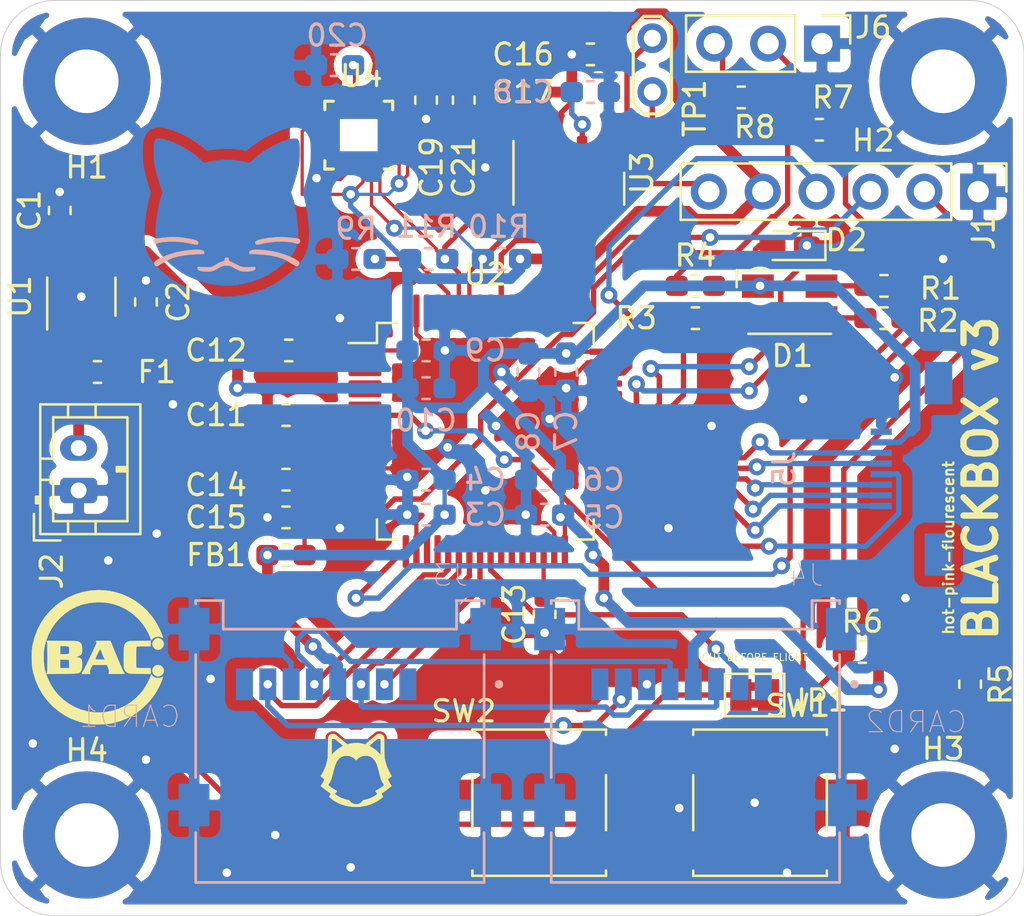
<source format=kicad_pcb>
(kicad_pcb (version 20171130) (host pcbnew 5.1.5)
  (layers (0 F.Cu signal) (31 B.Cu signal) (34 B.Paste user) (35 F.Paste user) (36 B.SilkS user) (37 F.SilkS user) (38 B.Mask user) (39 F.Mask user) (44 Edge.Cuts user))
  (net 0 "")
  (net 1 GND)
  (net 2 VDD)
  (net 3 BAT+)
  (net 4 NRST)
  (net 5 "Net-(C13-Pad2)")
  (net 6 "Net-(C14-Pad1)")
  (net 7 "Net-(C18-Pad1)")
  (net 8 "Net-(C20-Pad2)")
  (net 9 "Net-(D1-Pad4)")
  (net 10 "Net-(D1-Pad3)")
  (net 11 "Net-(D1-Pad2)")
  (net 12 "Net-(D2-Pad2)")
  (net 13 "Net-(F1-Pad1)")
  (net 14 SWO)
  (net 15 SWDIO)
  (net 16 SWDCLK)
  (net 17 "Net-(J3-Pad8)")
  (net 18 MISO1)
  (net 19 SCK1)
  (net 20 MOSI1)
  (net 21 CS1-1)
  (net 22 "Net-(J3-Pad1)")
  (net 23 "Net-(J4-Pad8)")
  (net 24 CS1-2)
  (net 25 "Net-(J4-Pad1)")
  (net 26 SCK2)
  (net 27 MISO2)
  (net 28 MOSI2)
  (net 29 CS2)
  (net 30 SHRCLK)
  (net 31 SHRDAT)
  (net 32 "Net-(J6-Pad3)")
  (net 33 "Net-(J6-Pad2)")
  (net 34 "Net-(JP1-Pad1)")
  (net 35 LED_B)
  (net 36 LED_G)
  (net 37 LED_R)
  (net 38 USERBTN)
  (net 39 RX)
  (net 40 TX)
  (net 41 "Net-(R9-Pad1)")
  (net 42 SCL)
  (net 43 SDA)
  (net 44 "Net-(U1-Pad4)")
  (net 45 "Net-(U2-Pad62)")
  (net 46 "Net-(U2-Pad61)")
  (net 47 "Net-(U2-Pad57)")
  (net 48 "Net-(U2-Pad56)")
  (net 49 "Net-(U2-Pad54)")
  (net 50 "Net-(U2-Pad53)")
  (net 51 "Net-(U2-Pad52)")
  (net 52 "Net-(U2-Pad51)")
  (net 53 "Net-(U2-Pad50)")
  (net 54 "Net-(U2-Pad45)")
  (net 55 "Net-(U2-Pad44)")
  (net 56 "Net-(U2-Pad43)")
  (net 57 "Net-(U2-Pad42)")
  (net 58 "Net-(U2-Pad29)")
  (net 59 "Net-(U2-Pad28)")
  (net 60 "Net-(U2-Pad27)")
  (net 61 "Net-(U2-Pad26)")
  (net 62 "Net-(U2-Pad20)")
  (net 63 "Net-(U2-Pad15)")
  (net 64 "Net-(U2-Pad14)")
  (net 65 "Net-(U2-Pad11)")
  (net 66 "Net-(U2-Pad10)")
  (net 67 "Net-(U2-Pad9)")
  (net 68 "Net-(U2-Pad6)")
  (net 69 "Net-(U2-Pad5)")
  (net 70 "Net-(U2-Pad4)")
  (net 71 "Net-(U2-Pad3)")
  (net 72 "Net-(U2-Pad2)")
  (net 73 "Net-(U3-Pad6)")
  (net 74 "Net-(U3-Pad5)")
  (net 75 "Net-(U4-Pad21)")
  (net 76 "Net-(U4-Pad12)")
  (net 77 "Net-(U4-Pad11)")
  (net 78 "Net-(U4-Pad9)")
  (net 79 "Net-(U4-Pad7)")
  (module MountingHole:MountingHole_3mm_Pad (layer F.Cu) (at 171.45 80.01)
    (fp_text reference H2 (at -3.302 2.794) (layer F.SilkS))
    (fp_text value MountingHole_3mm_Pad)
    (pad 1 thru_hole circle (at 0 0) (size 6.000001 6.000001) (drill 2.999999) (layers *.Cu *.Mask) (net 1 GND))
  )
  (module MountingHole:MountingHole_3mm_Pad (layer F.Cu) (at 171.45 115.57)
    (fp_text reference H3 (at 0 -4.064) (layer F.SilkS))
    (fp_text value MountingHole_3mm_Pad)
    (pad 1 thru_hole circle (at 0 0) (size 6.000001 6.000001) (drill 2.999999) (layers *.Cu *.Mask) (net 1 GND))
  )
  (module blehhhh:MOLEX_500901-0801 (layer B.Cu) (at 143.002 108.458 180)
    (fp_text reference J3 (at -5.21433 5.13927) (layer B.SilkS) (effects (font (size 1.00083 1.00083) (thickness 0.05)) (justify mirror)))
    (fp_text value CARD1 (at 9.906 -1.524) (layer B.SilkS) (effects (font (size 1.00189 1.00189) (thickness 0.05)) (justify mirror)))
    (pad SH4 smd rect (at 6.875 -5.7 90) (size 2 1.45) (layers B.Cu B.Paste B.Mask) (net 1 GND))
    (pad SH3 smd rect (at -6.875 -5.7 90) (size 2 1.45) (layers B.Cu B.Paste B.Mask) (net 1 GND))
    (pad SH2 smd rect (at 6.875 2.6 90) (size 2 1.45) (layers B.Cu B.Paste B.Mask) (net 1 GND))
    (pad SH1 smd rect (at -6.875 2.6 90) (size 2 1.45) (layers B.Cu B.Paste B.Mask) (net 1 GND))
    (pad 8 smd rect (at 4.5 0 90) (size 1.5 0.8) (layers B.Cu B.Paste B.Mask) (net 17 "Net-(J3-Pad8)"))
    (pad 7 smd rect (at 3.4 0 90) (size 1.5 0.8) (layers B.Cu B.Paste B.Mask) (net 18 MISO1))
    (pad 6 smd rect (at 2.3 0 90) (size 1.5 0.8) (layers B.Cu B.Paste B.Mask) (net 1 GND))
    (pad 5 smd rect (at 1.2 0 90) (size 1.5 0.8) (layers B.Cu B.Paste B.Mask) (net 19 SCK1))
    (pad 4 smd rect (at 0.1 0 90) (size 1.5 0.8) (layers B.Cu B.Paste B.Mask) (net 2 VDD))
    (pad 3 smd rect (at -1 0 90) (size 1.5 0.8) (layers B.Cu B.Paste B.Mask) (net 20 MOSI1))
    (pad 2 smd rect (at -2.1 0 90) (size 1.5 0.8) (layers B.Cu B.Paste B.Mask) (net 21 CS1-1))
    (pad 1 smd rect (at -3.2 0 90) (size 1.5 0.8) (layers B.Cu B.Paste B.Mask) (net 22 "Net-(J3-Pad1)"))
  )
  (module MountingHole:MountingHole_3mm_Pad (layer F.Cu) (at 131.064 115.57)
    (fp_text reference H4 (at 0 -4) (layer F.SilkS))
    (fp_text value MountingHole_3mm_Pad)
    (pad 1 thru_hole circle (at 0 0) (size 6.000001 6.000001) (drill 2.999999) (layers *.Cu *.Mask) (net 1 GND))
  )
  (module MountingHole:MountingHole_3mm_Pad (layer F.Cu) (at 131.064 80.01)
    (fp_text reference H1 (at 0 4.064) (layer F.SilkS))
    (fp_text value MountingHole_3mm_Pad)
    (pad 1 thru_hole circle (at 0 0) (size 6.000001 6.000001) (drill 2.999999) (layers *.Cu *.Mask) (net 1 GND))
  )
  (module FLOOF:star (layer F.Cu) (at 137.795 81.026)
    (fp_text reference G*** hide)
    (fp_text value LOGO hide)
  )
  (module FLOOF:husky-silk (layer F.Cu) (at 143.764 112.522)
    (fp_text reference G*** hide)
    (fp_text value LOGO hide)
  )
  (module FLOOF:husky-mask (layer F.Cu) (at 143.764 112.522)
    (fp_text reference G*** hide)
    (fp_text value LOGO hide)
  )
  (module FLOOF:husky-cu (layer F.Cu) (at 143.764 112.522)
    (fp_text reference G*** hide)
    (fp_text value LOGO hide)
    (fp_poly (pts (xy 0.568956 -0.237299) (xy 0.612742 -0.215558) (xy 0.649196 -0.182913) (xy 0.675909 -0.142152) (xy 0.690471 -0.096064) (xy 0.690592 -0.04815) (xy 0.674855 0.001659) (xy 0.646578 0.043161) (xy 0.608547 0.074661) (xy 0.563546 0.094462) (xy 0.514361 0.100869) (xy 0.463777 0.092185) (xy 0.461433 0.091384) (xy 0.416993 0.067625) (xy 0.382569 0.032822) (xy 0.359221 -0.009795) (xy 0.348011 -0.056993) (xy 0.350001 -0.105543) (xy 0.366251 -0.152213) (xy 0.376098 -0.168369) (xy 0.406176 -0.199874) (xy 0.445941 -0.225336) (xy 0.489165 -0.241428) (xy 0.520246 -0.245348) (xy 0.568956 -0.237299)) (layer F.Cu) (width 0.01))
    (fp_poly (pts (xy -0.454277 -0.235149) (xy -0.411385 -0.213456) (xy -0.374277 -0.178112) (xy -0.3683 -0.170079) (xy -0.354727 -0.148858) (xy -0.347056 -0.129473) (xy -0.343656 -0.105633) (xy -0.3429 -0.071967) (xy -0.343694 -0.037702) (xy -0.34716 -0.014058) (xy -0.354926 0.005244) (xy -0.3683 0.026033) (xy -0.404015 0.062845) (xy -0.448602 0.087584) (xy -0.498153 0.099023) (xy -0.54876 0.095932) (xy -0.570444 0.089619) (xy -0.614725 0.064793) (xy -0.649251 0.02854) (xy -0.672198 -0.015754) (xy -0.681742 -0.064701) (xy -0.677529 -0.10925) (xy -0.65827 -0.157984) (xy -0.628127 -0.196346) (xy -0.589878 -0.22379) (xy -0.546302 -0.23977) (xy -0.500176 -0.243738) (xy -0.454277 -0.235149)) (layer F.Cu) (width 0.01))
    (fp_poly (pts (xy 0.071674 0.347239) (xy 0.119178 0.34769) (xy 0.154784 0.348685) (xy 0.181007 0.350423) (xy 0.200367 0.353104) (xy 0.215379 0.356927) (xy 0.228561 0.362091) (xy 0.234624 0.364934) (xy 0.269275 0.389108) (xy 0.289764 0.41972) (xy 0.296602 0.454758) (xy 0.290304 0.492213) (xy 0.27138 0.530072) (xy 0.240344 0.566325) (xy 0.197709 0.598961) (xy 0.171195 0.6138) (xy 0.140692 0.62726) (xy 0.110908 0.637567) (xy 0.096293 0.641047) (xy 0.066097 0.645948) (xy 0.069032 0.715894) (xy 0.071146 0.751988) (xy 0.074823 0.776477) (xy 0.081561 0.79469) (xy 0.09286 0.811956) (xy 0.097857 0.81837) (xy 0.131875 0.850928) (xy 0.17314 0.875012) (xy 0.215954 0.887639) (xy 0.23251 0.888814) (xy 0.281053 0.88058) (xy 0.325349 0.858314) (xy 0.362586 0.824854) (xy 0.389952 0.783041) (xy 0.404634 0.735713) (xy 0.406353 0.713317) (xy 0.413912 0.6897) (xy 0.432683 0.670352) (xy 0.456984 0.660692) (xy 0.461818 0.6604) (xy 0.482367 0.666269) (xy 0.503499 0.68059) (xy 0.50521 0.68224) (xy 0.518587 0.698053) (xy 0.523679 0.714079) (xy 0.52249 0.737755) (xy 0.521733 0.743623) (xy 0.509839 0.801786) (xy 0.489668 0.850123) (xy 0.458239 0.894655) (xy 0.433917 0.92087) (xy 0.381 0.97398) (xy 0.381 1.113107) (xy 0.380333 1.180921) (xy 0.37795 1.235214) (xy 0.373277 1.279358) (xy 0.365742 1.316725) (xy 0.354771 1.350688) (xy 0.339791 1.38462) (xy 0.332346 1.399326) (xy 0.289477 1.464238) (xy 0.235616 1.517455) (xy 0.172854 1.558034) (xy 0.103283 1.585033) (xy 0.028992 1.597508) (xy -0.047928 1.594516) (xy -0.084667 1.587431) (xy -0.154994 1.561627) (xy -0.220762 1.519871) (xy -0.259494 1.485537) (xy -0.294961 1.44578) (xy -0.322716 1.4036) (xy -0.343511 1.356469) (xy -0.3581 1.301862) (xy -0.367235 1.237253) (xy -0.371669 1.160117) (xy -0.372386 1.106805) (xy -0.372533 0.973244) (xy -0.421982 0.924772) (xy -0.467218 0.869847) (xy -0.496624 0.809481) (xy -0.509933 0.744246) (xy -0.510508 0.734496) (xy -0.51013 0.707104) (xy -0.504782 0.68999) (xy -0.492446 0.676756) (xy -0.492246 0.676593) (xy -0.471674 0.664714) (xy -0.453913 0.6604) (xy -0.429027 0.666509) (xy -0.408608 0.681781) (xy -0.39829 0.701635) (xy -0.397933 0.70591) (xy -0.392574 0.743521) (xy -0.37853 0.783913) (xy -0.358853 0.819556) (xy -0.345249 0.835885) (xy -0.301503 0.867782) (xy -0.25359 0.884678) (xy -0.204347 0.886609) (xy -0.156608 0.873608) (xy -0.11321 0.84571) (xy -0.100022 0.832917) (xy -0.079158 0.805876) (xy -0.066475 0.775978) (xy -0.060412 0.738235) (xy -0.059267 0.702855) (xy -0.059267 0.644812) (xy -0.086784 0.638855) (xy -0.122648 0.627225) (xy -0.162079 0.60848) (xy -0.198993 0.586022) (xy -0.227302 0.563251) (xy -0.232986 0.557132) (xy -0.262993 0.513148) (xy -0.277221 0.47156) (xy -0.275544 0.433233) (xy -0.257834 0.399033) (xy -0.256512 0.397432) (xy -0.242616 0.382164) (xy -0.228223 0.370328) (xy -0.211042 0.361491) (xy -0.188782 0.35522) (xy -0.159151 0.351082) (xy -0.119858 0.348644) (xy -0.068612 0.347474) (xy -0.003122 0.347138) (xy 0.009755 0.347133) (xy 0.071674 0.347239)) (layer F.Cu) (width 0.01))
    (fp_poly (pts (xy -1.047209 -1.841442) (xy -1.007742 -1.833761) (xy -0.969493 -1.822263) (xy -0.935149 -1.807518) (xy -0.900844 -1.787241) (xy -0.862709 -1.759148) (xy -0.817034 -1.721088) (xy -0.791798 -1.699359) (xy -0.756295 -1.668871) (xy -0.713134 -1.631859) (xy -0.664925 -1.590561) (xy -0.614277 -1.547212) (xy -0.573203 -1.512087) (xy -0.397106 -1.361559) (xy -0.308027 -1.379487) (xy -0.19238 -1.398123) (xy -0.073727 -1.4086) (xy 0.044397 -1.41098) (xy 0.158459 -1.405325) (xy 0.264923 -1.391696) (xy 0.360255 -1.370155) (xy 0.368709 -1.367667) (xy 0.403493 -1.357199) (xy 0.648363 -1.567403) (xy 0.721569 -1.629907) (xy 0.783689 -1.682025) (xy 0.836197 -1.724734) (xy 0.880565 -1.759006) (xy 0.918265 -1.785818) (xy 0.950771 -1.806143) (xy 0.979554 -1.820956) (xy 1.006088 -1.831232) (xy 1.031844 -1.837946) (xy 1.058296 -1.842073) (xy 1.064336 -1.842728) (xy 1.137753 -1.842385) (xy 1.208917 -1.827308) (xy 1.275257 -1.798903) (xy 1.334204 -1.758574) (xy 1.383187 -1.707727) (xy 1.419232 -1.64865) (xy 1.443567 -1.595967) (xy 1.448875 -1.134533) (xy 1.450099 -1.032223) (xy 1.451275 -0.945196) (xy 1.45247 -0.871802) (xy 1.45375 -0.81039) (xy 1.455184 -0.759311) (xy 1.456839 -0.716915) (xy 1.458782 -0.681552) (xy 1.461081 -0.651571) (xy 1.463803 -0.625323) (xy 1.467015 -0.601158) (xy 1.470785 -0.577425) (xy 1.471882 -0.57102) (xy 1.508764 -0.404531) (xy 1.561356 -0.237803) (xy 1.628666 -0.073398) (xy 1.709706 0.08612) (xy 1.756209 0.1651) (xy 1.78427 0.214914) (xy 1.799781 0.255848) (xy 1.8022 0.290949) (xy 1.79098 0.323261) (xy 1.765579 0.35583) (xy 1.725451 0.391702) (xy 1.714078 0.400743) (xy 1.686741 0.422988) (xy 1.665377 0.441984) (xy 1.65295 0.455009) (xy 1.651 0.458634) (xy 1.655286 0.470848) (xy 1.667371 0.495315) (xy 1.686093 0.529917) (xy 1.71029 0.572538) (xy 1.738801 0.621062) (xy 1.754374 0.646981) (xy 1.7766 0.687032) (xy 1.790525 0.71949) (xy 1.794933 0.740246) (xy 1.787365 0.776496) (xy 1.766608 0.812662) (xy 1.7399 0.840092) (xy 1.716867 0.858297) (xy 1.68441 0.883453) (xy 1.644956 0.913727) (xy 1.600931 0.947285) (xy 1.554764 0.982291) (xy 1.50888 1.016913) (xy 1.465708 1.049316) (xy 1.427675 1.077666) (xy 1.397208 1.100128) (xy 1.376734 1.114869) (xy 1.371745 1.118286) (xy 1.351476 1.131673) (xy 1.372121 1.16062) (xy 1.385466 1.184379) (xy 1.391629 1.211359) (xy 1.392767 1.237982) (xy 1.392292 1.261899) (xy 1.389295 1.27926) (xy 1.381413 1.294722) (xy 1.366283 1.312943) (xy 1.341967 1.338149) (xy 1.305487 1.372129) (xy 1.258113 1.411516) (xy 1.203695 1.453395) (xy 1.146085 1.494852) (xy 1.089135 1.532971) (xy 1.062617 1.54956) (xy 0.910236 1.632811) (xy 0.748583 1.703118) (xy 0.580317 1.759549) (xy 0.408103 1.801172) (xy 0.287866 1.820835) (xy 0.212479 1.828466) (xy 0.125347 1.833533) (xy 0.031468 1.836014) (xy -0.064159 1.835887) (xy -0.156537 1.83313) (xy -0.24067 1.827721) (xy -0.283633 1.823369) (xy -0.435789 1.79854) (xy -0.587133 1.760794) (xy -0.735451 1.711146) (xy -0.87853 1.650615) (xy -1.014157 1.580218) (xy -1.140118 1.500971) (xy -1.254198 1.413892) (xy -1.333831 1.340866) (xy -1.367483 1.300198) (xy -1.384799 1.260927) (xy -1.386095 1.221372) (xy -1.371688 1.179857) (xy -1.36606 1.169639) (xy -1.343586 1.13129) (xy -1.363345 1.11817) (xy -1.384567 1.103315) (xy -1.415806 1.08045) (xy -1.454618 1.051456) (xy -1.498556 1.018214) (xy -1.545178 0.982603) (xy -1.592039 0.946505) (xy -1.636692 0.9118) (xy -1.676695 0.880368) (xy -1.709602 0.85409) (xy -1.732968 0.834846) (xy -1.741857 0.827024) (xy -1.768547 0.793239) (xy -1.782564 0.755878) (xy -1.782455 0.720677) (xy -1.775675 0.70379) (xy -1.761477 0.676994) (xy -1.742097 0.644296) (xy -1.724634 0.61699) (xy -1.700709 0.58005) (xy -1.677998 0.543658) (xy -1.65959 0.512829) (xy -1.651068 0.497528) (xy -1.629981 0.457423) (xy -1.649824 0.443524) (xy -1.684612 0.417369) (xy -1.718927 0.388493) (xy -1.749276 0.360132) (xy -1.772166 0.33552) (xy -1.783062 0.320131) (xy -1.792163 0.294527) (xy -1.792386 0.272971) (xy -1.670656 0.272971) (xy -1.668629 0.280703) (xy -1.66152 0.287401) (xy -1.661055 0.287763) (xy -1.647836 0.297956) (xy -1.624626 0.315761) (xy -1.594895 0.338521) (xy -1.567368 0.359562) (xy -1.536794 0.383505) (xy -1.511939 0.404093) (xy -1.495502 0.419013) (xy -1.490133 0.425737) (xy -1.494337 0.440122) (xy -1.505834 0.465882) (xy -1.522949 0.500027) (xy -1.544009 0.539565) (xy -1.567341 0.581507) (xy -1.591272 0.622862) (xy -1.614129 0.66064) (xy -1.634237 0.69185) (xy -1.649923 0.713502) (xy -1.653494 0.717662) (xy -1.664279 0.734027) (xy -1.663165 0.744039) (xy -1.648879 0.755938) (xy -1.62317 0.776258) (xy -1.588229 0.803343) (xy -1.546242 0.835541) (xy -1.499398 0.871197) (xy -1.449887 0.908658) (xy -1.399895 0.946269) (xy -1.351613 0.982376) (xy -1.307228 1.015326) (xy -1.268928 1.043464) (xy -1.238903 1.065136) (xy -1.229964 1.07144) (xy -1.209496 1.08763) (xy -1.196451 1.101599) (xy -1.193981 1.107118) (xy -1.198342 1.118709) (xy -1.210108 1.140217) (xy -1.227036 1.167645) (xy -1.233313 1.177224) (xy -1.272825 1.236646) (xy -1.243896 1.266972) (xy -1.211132 1.298149) (xy -1.167628 1.334895) (xy -1.117215 1.374157) (xy -1.063729 1.412885) (xy -1.0414 1.428169) (xy -0.905453 1.509536) (xy -0.758402 1.578558) (xy -0.600993 1.634983) (xy -0.43397 1.678561) (xy -0.258079 1.709044) (xy -0.175362 1.718507) (xy -0.118798 1.722122) (xy -0.050349 1.723586) (xy 0.025092 1.723028) (xy 0.10263 1.720582) (xy 0.177372 1.716378) (xy 0.244425 1.71055) (xy 0.2794 1.706261) (xy 0.453912 1.673425) (xy 0.623882 1.62507) (xy 0.787745 1.561787) (xy 0.943938 1.484165) (xy 1.06695 1.409061) (xy 1.098176 1.387287) (xy 1.133568 1.361116) (xy 1.170221 1.332878) (xy 1.20523 1.304903) (xy 1.235687 1.279517) (xy 1.258687 1.259052) (xy 1.271325 1.245835) (xy 1.27216 1.2446) (xy 1.273021 1.232516) (xy 1.265235 1.211372) (xy 1.248053 1.179324) (xy 1.240075 1.165846) (xy 1.222959 1.136622) (xy 1.210259 1.11341) (xy 1.203765 1.099565) (xy 1.203409 1.097198) (xy 1.211126 1.091502) (xy 1.22968 1.078042) (xy 1.256155 1.058932) (xy 1.2827 1.039826) (xy 1.319705 1.01289) (xy 1.364524 0.979761) (xy 1.411569 0.944593) (xy 1.455253 0.911542) (xy 1.456267 0.910769) (xy 1.497858 0.879046) (xy 1.540996 0.846156) (xy 1.580835 0.815791) (xy 1.612532 0.791644) (xy 1.615016 0.789752) (xy 1.641979 0.768834) (xy 1.662911 0.751856) (xy 1.674794 0.741301) (xy 1.6764 0.739216) (xy 1.672045 0.730638) (xy 1.660919 0.712896) (xy 1.652339 0.700025) (xy 1.626512 0.659183) (xy 1.596576 0.607142) (xy 1.564977 0.54832) (xy 1.534162 0.487132) (xy 1.532065 0.482809) (xy 1.500413 0.417356) (xy 1.59264 0.347208) (xy 1.626181 0.321534) (xy 1.654271 0.299724) (xy 1.67446 0.283703) (xy 1.684299 0.275396) (xy 1.684866 0.274703) (xy 1.680814 0.266956) (xy 1.669729 0.247438) (xy 1.653218 0.218939) (xy 1.632888 0.18425) (xy 1.628905 0.177494) (xy 1.567429 0.066106) (xy 1.51158 -0.04935) (xy 1.463275 -0.164462) (xy 1.424433 -0.274814) (xy 1.408249 -0.3302) (xy 1.393571 -0.385641) (xy 1.381078 -0.43543) (xy 1.370594 -0.481519) (xy 1.361944 -0.52586) (xy 1.354952 -0.570403) (xy 1.349445 -0.6171) (xy 1.345247 -0.667903) (xy 1.342182 -0.724763) (xy 1.340077 -0.789631) (xy 1.338756 -0.864459) (xy 1.338043 -0.951197) (xy 1.337765 -1.051798) (xy 1.337733 -1.116497) (xy 1.337687 -1.217482) (xy 1.337446 -1.303031) (xy 1.33686 -1.374641) (xy 1.335777 -1.433809) (xy 1.334044 -1.482032) (xy 1.331511 -1.520807) (xy 1.328026 -1.551631) (xy 1.323438 -1.576001) (xy 1.317593 -1.595415) (xy 1.310342 -1.611369) (xy 1.301532 -1.62536) (xy 1.291012 -1.638886) (xy 1.283982 -1.647207) (xy 1.241296 -1.684679) (xy 1.188986 -1.710952) (xy 1.131059 -1.724875) (xy 1.071518 -1.7253) (xy 1.035953 -1.718394) (xy 1.024773 -1.715091) (xy 1.014078 -1.71117) (xy 1.002641 -1.705673) (xy 0.989234 -1.697644) (xy 0.972631 -1.686126) (xy 0.951604 -1.670161) (xy 0.924926 -1.648793) (xy 0.89137 -1.621063) (xy 0.849709 -1.586017) (xy 0.798716 -1.542695) (xy 0.737164 -1.490142) (xy 0.67401 -1.436117) (xy 0.603748 -1.376328) (xy 0.545476 -1.327498) (xy 0.498651 -1.289199) (xy 0.462731 -1.261003) (xy 0.437174 -1.242479) (xy 0.421437 -1.233201) (xy 0.415777 -1.232042) (xy 0.388754 -1.240641) (xy 0.349563 -1.250771) (xy 0.302783 -1.261449) (xy 0.252992 -1.27169) (xy 0.204768 -1.280511) (xy 0.16269 -1.286927) (xy 0.157256 -1.287614) (xy 0.086588 -1.293099) (xy 0.007104 -1.293973) (xy -0.077007 -1.290605) (xy -0.161559 -1.283364) (xy -0.242362 -1.272619) (xy -0.315229 -1.258739) (xy -0.37597 -1.242093) (xy -0.381671 -1.24013) (xy -0.417084 -1.227636) (xy -0.511226 -1.30731) (xy -0.5445 -1.335584) (xy -0.587502 -1.372295) (xy -0.637153 -1.414804) (xy -0.690373 -1.460472) (xy -0.744081 -1.50666) (xy -0.778934 -1.536694) (xy -0.828328 -1.578694) (xy -0.875313 -1.617512) (xy -0.917768 -1.651478) (xy -0.953569 -1.67892) (xy -0.980596 -1.698168) (xy -0.994833 -1.706719) (xy -1.050642 -1.724745) (xy -1.108198 -1.727791) (xy -1.164536 -1.716966) (xy -1.216687 -1.693383) (xy -1.261684 -1.658155) (xy -1.296559 -1.612392) (xy -1.307838 -1.589433) (xy -1.311122 -1.579337) (xy -1.313823 -1.565196) (xy -1.315995 -1.545419) (xy -1.317694 -1.518419) (xy -1.318975 -1.482605) (xy -1.319892 -1.436389) (xy -1.320501 -1.378183) (xy -1.320856 -1.306396) (xy -1.321014 -1.21944) (xy -1.321021 -1.208889) (xy -1.321462 -1.079917) (xy -1.322651 -0.966461) (xy -1.32465 -0.867118) (xy -1.327517 -0.780484) (xy -1.331314 -0.705156) (xy -1.336102 -0.63973) (xy -1.341939 -0.582804) (xy -1.348887 -0.532974) (xy -1.350517 -0.523142) (xy -1.382939 -0.37203) (xy -1.428114 -0.220783) (xy -1.484567 -0.073206) (xy -1.550819 0.066896) (xy -1.625395 0.195716) (xy -1.635347 0.211013) (xy -1.655105 0.241382) (xy -1.666512 0.260949) (xy -1.670656 0.272971) (xy -1.792386 0.272971) (xy -1.792446 0.267192) (xy -1.783163 0.235405) (xy -1.76357 0.196442) (xy -1.737852 0.155039) (xy -1.651107 0.00763) (xy -1.578265 -0.148887) (xy -1.51979 -0.313319) (xy -1.476145 -0.484474) (xy -1.463665 -0.550333) (xy -1.45965 -0.574815) (xy -1.456221 -0.598998) (xy -1.453309 -0.624535) (xy -1.450845 -0.653078) (xy -1.448759 -0.68628) (xy -1.446983 -0.725793) (xy -1.445448 -0.773268) (xy -1.444084 -0.830359) (xy -1.442822 -0.898717) (xy -1.441593 -0.979995) (xy -1.440328 -1.075844) (xy -1.439758 -1.121833) (xy -1.438475 -1.226609) (xy -1.437286 -1.315909) (xy -1.436026 -1.391188) (xy -1.43453 -1.4539) (xy -1.432632 -1.505502) (xy -1.430168 -1.547448) (xy -1.426972 -1.581193) (xy -1.42288 -1.608193) (xy -1.417727 -1.629902) (xy -1.411348 -1.647776) (xy -1.403577 -1.66327) (xy -1.39425 -1.677839) (xy -1.383202 -1.692938) (xy -1.373558 -1.705656) (xy -1.322166 -1.76013) (xy -1.261291 -1.801837) (xy -1.193476 -1.829885) (xy -1.121267 -1.843384) (xy -1.047209 -1.841442)) (layer F.Cu) (width 0.01))
  )
  (module FLOOF:cat-face-trace (layer B.Cu) (at 137.668 86.106 180)
    (fp_text reference G*** hide)
    (fp_text value LOGO hide)
    (fp_poly (pts (xy 3.271534 3.393376) (xy 3.328515 3.374322) (xy 3.368383 3.328947) (xy 3.388497 3.294063) (xy 3.4115 3.241754) (xy 3.427364 3.175654) (xy 3.437237 3.083985) (xy 3.442271 2.954971) (xy 3.443614 2.776833) (xy 3.443531 2.7305) (xy 3.441413 2.532994) (xy 3.434699 2.377688) (xy 3.420878 2.243315) (xy 3.397437 2.10861) (xy 3.361861 1.952306) (xy 3.342231 1.87325) (xy 3.29191 1.682699) (xy 3.2337 1.476588) (xy 3.175656 1.282808) (xy 3.135917 1.158875) (xy 3.029561 0.841375) (xy 3.102705 0.639074) (xy 3.149604 0.483859) (xy 3.198125 0.276755) (xy 3.246066 0.029255) (xy 3.291227 -0.247145) (xy 3.331404 -0.54095) (xy 3.336095 -0.579394) (xy 3.348999 -0.722991) (xy 3.357004 -0.88908) (xy 3.360349 -1.065488) (xy 3.359275 -1.240043) (xy 3.354019 -1.400571) (xy 3.344821 -1.5349) (xy 3.331921 -1.630857) (xy 3.315557 -1.676269) (xy 3.314514 -1.677092) (xy 3.286435 -1.719072) (xy 3.25479 -1.797555) (xy 3.245916 -1.825888) (xy 3.186299 -1.953688) (xy 3.079485 -2.104307) (xy 2.933945 -2.270014) (xy 2.758151 -2.443079) (xy 2.560574 -2.615771) (xy 2.349685 -2.780362) (xy 2.133955 -2.929119) (xy 1.921857 -3.054312) (xy 1.87057 -3.080934) (xy 1.412112 -3.281365) (xy 0.945141 -3.426839) (xy 0.476226 -3.516346) (xy 0.011938 -3.548879) (xy -0.441151 -3.523428) (xy -0.714375 -3.477913) (xy -1.165437 -3.363891) (xy -1.570694 -3.219968) (xy -1.943412 -3.039541) (xy -2.296859 -2.816007) (xy -2.644302 -2.542761) (xy -2.711983 -2.483568) (xy -2.935244 -2.269451) (xy -3.105117 -2.066555) (xy -3.227341 -1.862935) (xy -3.307654 -1.646652) (xy -3.351793 -1.405762) (xy -3.365497 -1.128324) (xy -3.3655 -1.123467) (xy -3.357986 -0.887478) (xy -3.336956 -0.621645) (xy -3.30468 -0.341107) (xy -3.263429 -0.061005) (xy -3.215473 0.203521) (xy -3.163081 0.43733) (xy -3.108525 0.625284) (xy -3.099459 0.650875) (xy -3.029676 0.841375) (xy -3.135975 1.158875) (xy -3.188329 1.323923) (xy -3.247094 1.522911) (xy -3.304218 1.727951) (xy -3.342232 1.87325) (xy -3.38379 2.04536) (xy -3.412136 2.186737) (xy -3.429781 2.318647) (xy -3.43924 2.462356) (xy -3.443024 2.639131) (xy -3.443532 2.7305) (xy -3.442838 2.920864) (xy -3.438703 3.059546) (xy -3.429979 3.158324) (xy -3.415514 3.228976) (xy -3.394159 3.28328) (xy -3.388498 3.294063) (xy -3.348594 3.356251) (xy -3.302817 3.386702) (xy -3.228037 3.396561) (xy -3.174312 3.39725) (xy -3.002844 3.377068) (xy -2.794417 3.320084) (xy -2.559566 3.231641) (xy -2.30883 3.117082) (xy -2.052745 2.981751) (xy -1.801848 2.830991) (xy -1.566676 2.670146) (xy -1.357768 2.504558) (xy -1.284981 2.439187) (xy -1.082987 2.250232) (xy -0.739931 2.323374) (xy -0.303586 2.386621) (xy 0.146347 2.396055) (xy 0.589747 2.351676) (xy 0.73993 2.323374) (xy 1.082986 2.250232) (xy 1.28498 2.439187) (xy 1.480647 2.605175) (xy 1.706729 2.768527) (xy 1.952688 2.923898) (xy 2.207987 3.065946) (xy 2.462089 3.189327) (xy 2.704457 3.288697) (xy 2.924553 3.358714) (xy 3.11184 3.394034) (xy 3.174311 3.397251) (xy 3.271534 3.393376)) (layer B.Cu) (width 0.01))
  )
  (module FLOOF:cat-face-silk (layer B.Cu) (at 137.668 86.106 180)
    (fp_text reference G*** hide)
    (fp_text value LOGO hide)
  )
  (module FLOOF:cat-face-gold (layer B.Cu) (at 137.668 86.106 180)
    (fp_text reference G*** hide)
    (fp_text value LOGO hide)
  )
  (module FLOOF:bac (layer F.Cu) (at 131.572 107.188)
    (fp_text reference G*** hide)
    (fp_text value LOGO hide)
  )
  (module Package_QFP:LQFP-64_10x10mm_P0.5mm (layer F.Cu) (at 149.86 96.52)
    (fp_text reference U2 (at 0 -7.4) (layer F.SilkS))
    (fp_text value STM32F401RETx)
    (pad 64 smd roundrect (at -3.75 -5.675) (size 0.3 1.55) (layers F.Cu F.Paste F.Mask) (net 2 VDD))
    (pad 63 smd roundrect (at -3.25 -5.675) (size 0.3 1.55) (layers F.Cu F.Paste F.Mask) (net 1 GND))
    (pad 62 smd roundrect (at -2.75 -5.675) (size 0.3 1.55) (layers F.Cu F.Paste F.Mask) (net 45 "Net-(U2-Pad62)"))
    (pad 61 smd roundrect (at -2.25 -5.675) (size 0.3 1.55) (layers F.Cu F.Paste F.Mask) (net 46 "Net-(U2-Pad61)"))
    (pad 60 smd roundrect (at -1.75 -5.675) (size 0.3 1.55) (layers F.Cu F.Paste F.Mask) (net 41 "Net-(R9-Pad1)"))
    (pad 59 smd roundrect (at -1.25 -5.675) (size 0.3 1.55) (layers F.Cu F.Paste F.Mask) (net 43 SDA))
    (pad 58 smd roundrect (at -0.75 -5.675) (size 0.3 1.55) (layers F.Cu F.Paste F.Mask) (net 42 SCL))
    (pad 57 smd roundrect (at -0.25 -5.675) (size 0.3 1.55) (layers F.Cu F.Paste F.Mask) (net 47 "Net-(U2-Pad57)"))
    (pad 56 smd roundrect (at 0.25 -5.675) (size 0.3 1.55) (layers F.Cu F.Paste F.Mask) (net 48 "Net-(U2-Pad56)"))
    (pad 55 smd roundrect (at 0.75 -5.675) (size 0.3 1.55) (layers F.Cu F.Paste F.Mask) (net 14 SWO))
    (pad 54 smd roundrect (at 1.25 -5.675) (size 0.3 1.55) (layers F.Cu F.Paste F.Mask) (net 49 "Net-(U2-Pad54)"))
    (pad 53 smd roundrect (at 1.75 -5.675) (size 0.3 1.55) (layers F.Cu F.Paste F.Mask) (net 50 "Net-(U2-Pad53)"))
    (pad 52 smd roundrect (at 2.25 -5.675) (size 0.3 1.55) (layers F.Cu F.Paste F.Mask) (net 51 "Net-(U2-Pad52)"))
    (pad 51 smd roundrect (at 2.75 -5.675) (size 0.3 1.55) (layers F.Cu F.Paste F.Mask) (net 52 "Net-(U2-Pad51)"))
    (pad 50 smd roundrect (at 3.25 -5.675) (size 0.3 1.55) (layers F.Cu F.Paste F.Mask) (net 53 "Net-(U2-Pad50)"))
    (pad 49 smd roundrect (at 3.75 -5.675) (size 0.3 1.55) (layers F.Cu F.Paste F.Mask) (net 16 SWDCLK))
    (pad 48 smd roundrect (at 5.675 -3.75) (size 1.55 0.3) (layers F.Cu F.Paste F.Mask) (net 2 VDD))
    (pad 47 smd roundrect (at 5.675 -3.25) (size 1.55 0.3) (layers F.Cu F.Paste F.Mask) (net 1 GND))
    (pad 46 smd roundrect (at 5.675 -2.75) (size 1.55 0.3) (layers F.Cu F.Paste F.Mask) (net 15 SWDIO))
    (pad 45 smd roundrect (at 5.675 -2.25) (size 1.55 0.3) (layers F.Cu F.Paste F.Mask) (net 54 "Net-(U2-Pad45)"))
    (pad 44 smd roundrect (at 5.675 -1.75) (size 1.55 0.3) (layers F.Cu F.Paste F.Mask) (net 55 "Net-(U2-Pad44)"))
    (pad 43 smd roundrect (at 5.675 -1.25) (size 1.55 0.3) (layers F.Cu F.Paste F.Mask) (net 56 "Net-(U2-Pad43)"))
    (pad 42 smd roundrect (at 5.675 -0.75) (size 1.55 0.3) (layers F.Cu F.Paste F.Mask) (net 57 "Net-(U2-Pad42)"))
    (pad 41 smd roundrect (at 5.675 -0.25) (size 1.55 0.3) (layers F.Cu F.Paste F.Mask) (net 36 LED_G))
    (pad 40 smd roundrect (at 5.675 0.25) (size 1.55 0.3) (layers F.Cu F.Paste F.Mask) (net 35 LED_B))
    (pad 39 smd roundrect (at 5.675 0.75) (size 1.55 0.3) (layers F.Cu F.Paste F.Mask) (net 37 LED_R))
    (pad 38 smd roundrect (at 5.675 1.25) (size 1.55 0.3) (layers F.Cu F.Paste F.Mask) (net 31 SHRDAT))
    (pad 37 smd roundrect (at 5.675 1.75) (size 1.55 0.3) (layers F.Cu F.Paste F.Mask) (net 30 SHRCLK))
    (pad 36 smd roundrect (at 5.675 2.25) (size 1.55 0.3) (layers F.Cu F.Paste F.Mask) (net 28 MOSI2))
    (pad 35 smd roundrect (at 5.675 2.75) (size 1.55 0.3) (layers F.Cu F.Paste F.Mask) (net 27 MISO2))
    (pad 34 smd roundrect (at 5.675 3.25) (size 1.55 0.3) (layers F.Cu F.Paste F.Mask) (net 26 SCK2))
    (pad 33 smd roundrect (at 5.675 3.75) (size 1.55 0.3) (layers F.Cu F.Paste F.Mask) (net 29 CS2))
    (pad 32 smd roundrect (at 3.75 5.675) (size 0.3 1.55) (layers F.Cu F.Paste F.Mask) (net 2 VDD))
    (pad 31 smd roundrect (at 3.25 5.675) (size 0.3 1.55) (layers F.Cu F.Paste F.Mask) (net 1 GND))
    (pad 30 smd roundrect (at 2.75 5.675) (size 0.3 1.55) (layers F.Cu F.Paste F.Mask) (net 5 "Net-(C13-Pad2)"))
    (pad 29 smd roundrect (at 2.25 5.675) (size 0.3 1.55) (layers F.Cu F.Paste F.Mask) (net 58 "Net-(U2-Pad29)"))
    (pad 28 smd roundrect (at 1.75 5.675) (size 0.3 1.55) (layers F.Cu F.Paste F.Mask) (net 59 "Net-(U2-Pad28)"))
    (pad 27 smd roundrect (at 1.25 5.675) (size 0.3 1.55) (layers F.Cu F.Paste F.Mask) (net 60 "Net-(U2-Pad27)"))
    (pad 26 smd roundrect (at 0.75 5.675) (size 0.3 1.55) (layers F.Cu F.Paste F.Mask) (net 61 "Net-(U2-Pad26)"))
    (pad 25 smd roundrect (at 0.25 5.675) (size 0.3 1.55) (layers F.Cu F.Paste F.Mask) (net 24 CS1-2))
    (pad 24 smd roundrect (at -0.25 5.675) (size 0.3 1.55) (layers F.Cu F.Paste F.Mask) (net 21 CS1-1))
    (pad 23 smd roundrect (at -0.75 5.675) (size 0.3 1.55) (layers F.Cu F.Paste F.Mask) (net 20 MOSI1))
    (pad 22 smd roundrect (at -1.25 5.675) (size 0.3 1.55) (layers F.Cu F.Paste F.Mask) (net 18 MISO1))
    (pad 21 smd roundrect (at -1.75 5.675) (size 0.3 1.55) (layers F.Cu F.Paste F.Mask) (net 19 SCK1))
    (pad 20 smd roundrect (at -2.25 5.675) (size 0.3 1.55) (layers F.Cu F.Paste F.Mask) (net 62 "Net-(U2-Pad20)"))
    (pad 19 smd roundrect (at -2.75 5.675) (size 0.3 1.55) (layers F.Cu F.Paste F.Mask) (net 2 VDD))
    (pad 18 smd roundrect (at -3.25 5.675) (size 0.3 1.55) (layers F.Cu F.Paste F.Mask) (net 1 GND))
    (pad 17 smd roundrect (at -3.75 5.675) (size 0.3 1.55) (layers F.Cu F.Paste F.Mask) (net 39 RX))
    (pad 16 smd roundrect (at -5.675 3.75) (size 1.55 0.3) (layers F.Cu F.Paste F.Mask) (net 40 TX))
    (pad 15 smd roundrect (at -5.675 3.25) (size 1.55 0.3) (layers F.Cu F.Paste F.Mask) (net 63 "Net-(U2-Pad15)"))
    (pad 14 smd roundrect (at -5.675 2.75) (size 1.55 0.3) (layers F.Cu F.Paste F.Mask) (net 64 "Net-(U2-Pad14)"))
    (pad 13 smd roundrect (at -5.675 2.25) (size 1.55 0.3) (layers F.Cu F.Paste F.Mask) (net 6 "Net-(C14-Pad1)"))
    (pad 12 smd roundrect (at -5.675 1.75) (size 1.55 0.3) (layers F.Cu F.Paste F.Mask) (net 1 GND))
    (pad 11 smd roundrect (at -5.675 1.25) (size 1.55 0.3) (layers F.Cu F.Paste F.Mask) (net 65 "Net-(U2-Pad11)"))
    (pad 10 smd roundrect (at -5.675 0.75) (size 1.55 0.3) (layers F.Cu F.Paste F.Mask) (net 66 "Net-(U2-Pad10)"))
    (pad 9 smd roundrect (at -5.675 0.25) (size 1.55 0.3) (layers F.Cu F.Paste F.Mask) (net 67 "Net-(U2-Pad9)"))
    (pad 8 smd roundrect (at -5.675 -0.25) (size 1.55 0.3) (layers F.Cu F.Paste F.Mask) (net 38 USERBTN))
    (pad 7 smd roundrect (at -5.675 -0.75) (size 1.55 0.3) (layers F.Cu F.Paste F.Mask) (net 4 NRST))
    (pad 6 smd roundrect (at -5.675 -1.25) (size 1.55 0.3) (layers F.Cu F.Paste F.Mask) (net 68 "Net-(U2-Pad6)"))
    (pad 5 smd roundrect (at -5.675 -1.75) (size 1.55 0.3) (layers F.Cu F.Paste F.Mask) (net 69 "Net-(U2-Pad5)"))
    (pad 4 smd roundrect (at -5.675 -2.25) (size 1.55 0.3) (layers F.Cu F.Paste F.Mask) (net 70 "Net-(U2-Pad4)"))
    (pad 3 smd roundrect (at -5.675 -2.75) (size 1.55 0.3) (layers F.Cu F.Paste F.Mask) (net 71 "Net-(U2-Pad3)"))
    (pad 2 smd roundrect (at -5.675 -3.25) (size 1.55 0.3) (layers F.Cu F.Paste F.Mask) (net 72 "Net-(U2-Pad2)"))
    (pad 1 smd roundrect (at -5.675 -3.75) (size 1.55 0.3) (layers F.Cu F.Paste F.Mask) (net 2 VDD))
  )
  (module blackbox-ng:505110-0892 (layer B.Cu) (at 169.029 98.294 270)
    (fp_text reference J5 (at 0 5.08 270) (layer B.SilkS) (effects (justify mirror)))
    (fp_text value Conn_01x08)
    (pad 9 smd rect (at 4.05 -2.2 270) (size 2 1.3) (layers B.Cu B.Paste B.Mask))
    (pad 9 smd rect (at -4.05 -2.2 270) (size 2 1.3) (layers B.Cu B.Paste B.Mask))
    (pad 8 smd rect (at 1.75 0.5 270) (size 0.3 1) (layers B.Cu B.Paste B.Mask) (net 26 SCK2))
    (pad 7 smd rect (at 1.25 0.5 270) (size 0.3 1) (layers B.Cu B.Paste B.Mask) (net 27 MISO2))
    (pad 6 smd rect (at 0.75 0.5 270) (size 0.3 1) (layers B.Cu B.Paste B.Mask) (net 28 MOSI2))
    (pad 5 smd rect (at 0.25 0.5 270) (size 0.3 1) (layers B.Cu B.Paste B.Mask) (net 29 CS2))
    (pad 4 smd rect (at -0.25 0.5 270) (size 0.3 1) (layers B.Cu B.Paste B.Mask) (net 30 SHRCLK))
    (pad 3 smd rect (at -0.75 0.5 270) (size 0.3 1) (layers B.Cu B.Paste B.Mask) (net 31 SHRDAT))
    (pad 2 smd rect (at -1.25 0.5 270) (size 0.3 1) (layers B.Cu B.Paste B.Mask) (net 2 VDD))
    (pad 1 smd rect (at -1.75 0.5 270) (size 0.3 1) (layers B.Cu B.Paste B.Mask) (net 1 GND))
  )
  (module Sensor_Motion:InvenSense_QFN-24_3x3mm_P0.4mm (layer F.Cu) (at 143.891 82.55 180)
    (fp_text reference U4 (at -0.127 2.794) (layer F.SilkS))
    (fp_text value MPU-9250)
    (pad 24 smd roundrect (at -1 -1.5 270) (size 0.55 0.2) (layers F.Cu F.Paste F.Mask) (net 43 SDA))
    (pad 23 smd roundrect (at -0.6 -1.5 270) (size 0.55 0.2) (layers F.Cu F.Paste F.Mask) (net 42 SCL))
    (pad 22 smd roundrect (at -0.2 -1.5 270) (size 0.55 0.2) (layers F.Cu F.Paste F.Mask) (net 2 VDD))
    (pad 21 smd roundrect (at 0.2 -1.5 270) (size 0.55 0.2) (layers F.Cu F.Paste F.Mask) (net 75 "Net-(U4-Pad21)"))
    (pad 20 smd roundrect (at 0.6 -1.5 270) (size 0.55 0.2) (layers F.Cu F.Paste F.Mask) (net 1 GND))
    (pad 19 smd roundrect (at 1 -1.5 270) (size 0.55 0.2) (layers F.Cu F.Paste F.Mask))
    (pad 18 smd roundrect (at 1.5 -1 180) (size 0.55 0.2) (layers F.Cu F.Paste F.Mask) (net 1 GND))
    (pad 17 smd roundrect (at 1.5 -0.6 180) (size 0.55 0.2) (layers F.Cu F.Paste F.Mask))
    (pad 16 smd roundrect (at 1.5 -0.2 180) (size 0.55 0.2) (layers F.Cu F.Paste F.Mask))
    (pad 15 smd roundrect (at 1.5 0.2 180) (size 0.55 0.2) (layers F.Cu F.Paste F.Mask))
    (pad 14 smd roundrect (at 1.5 0.6 180) (size 0.55 0.2) (layers F.Cu F.Paste F.Mask))
    (pad 13 smd roundrect (at 1.5 1 180) (size 0.55 0.2) (layers F.Cu F.Paste F.Mask) (net 2 VDD))
    (pad 12 smd roundrect (at 1 1.5 270) (size 0.55 0.2) (layers F.Cu F.Paste F.Mask) (net 76 "Net-(U4-Pad12)"))
    (pad 11 smd roundrect (at 0.6 1.5 270) (size 0.55 0.2) (layers F.Cu F.Paste F.Mask) (net 77 "Net-(U4-Pad11)"))
    (pad 10 smd roundrect (at 0.2 1.5 270) (size 0.55 0.2) (layers F.Cu F.Paste F.Mask) (net 8 "Net-(C20-Pad2)"))
    (pad 9 smd roundrect (at -0.2 1.5 270) (size 0.55 0.2) (layers F.Cu F.Paste F.Mask) (net 78 "Net-(U4-Pad9)"))
    (pad 8 smd roundrect (at -0.6 1.5 270) (size 0.55 0.2) (layers F.Cu F.Paste F.Mask) (net 2 VDD))
    (pad 7 smd roundrect (at -1 1.5 270) (size 0.55 0.2) (layers F.Cu F.Paste F.Mask) (net 79 "Net-(U4-Pad7)"))
    (pad 6 smd roundrect (at -1.5 1 180) (size 0.55 0.2) (layers F.Cu F.Paste F.Mask))
    (pad 5 smd roundrect (at -1.5 0.6 180) (size 0.55 0.2) (layers F.Cu F.Paste F.Mask))
    (pad 4 smd roundrect (at -1.5 0.2 180) (size 0.55 0.2) (layers F.Cu F.Paste F.Mask))
    (pad 3 smd roundrect (at -1.5 -0.2 180) (size 0.55 0.2) (layers F.Cu F.Paste F.Mask))
    (pad 2 smd roundrect (at -1.5 -0.6 180) (size 0.55 0.2) (layers F.Cu F.Paste F.Mask))
    (pad 1 smd roundrect (at -1.5 -1 180) (size 0.55 0.2) (layers F.Cu F.Paste F.Mask) (net 2 VDD))
  )
  (module Package_LGA:NXP_LGA-8_3x5mm_P1.25mm_H1.1mm (layer F.Cu) (at 153.797 84.328 270)
    (fp_text reference U3 (at 0 -3.45 90) (layer F.SilkS))
    (fp_text value MPL3115A2)
    (pad 8 smd roundrect (at 1.15 -1.875 270) (size 1.2 0.5) (layers F.Cu F.Paste F.Mask) (net 42 SCL))
    (pad 7 smd roundrect (at 1.15 -0.625 270) (size 1.2 0.5) (layers F.Cu F.Paste F.Mask) (net 43 SDA))
    (pad 6 smd roundrect (at 1.15 0.625 270) (size 1.2 0.5) (layers F.Cu F.Paste F.Mask) (net 73 "Net-(U3-Pad6)"))
    (pad 5 smd roundrect (at 1.15 1.875 270) (size 1.2 0.5) (layers F.Cu F.Paste F.Mask) (net 74 "Net-(U3-Pad5)"))
    (pad 4 smd roundrect (at -1.15 1.875 270) (size 1.2 0.5) (layers F.Cu F.Paste F.Mask) (net 2 VDD))
    (pad 3 smd roundrect (at -1.15 0.625 270) (size 1.2 0.5) (layers F.Cu F.Paste F.Mask) (net 1 GND))
    (pad 2 smd roundrect (at -1.15 -0.625 270) (size 1.2 0.5) (layers F.Cu F.Paste F.Mask) (net 7 "Net-(C18-Pad1)"))
    (pad 1 smd roundrect (at -1.15 -1.875 270) (size 1.2 0.5) (layers F.Cu F.Paste F.Mask) (net 2 VDD))
  )
  (module Package_TO_SOT_SMD:SOT-23-5 (layer F.Cu) (at 130.81 90.17 90)
    (fp_text reference U1 (at 0 -2.9 90) (layer F.SilkS))
    (fp_text value AP2112K-3.3)
    (pad 5 smd rect (at 1.1 -0.95 90) (size 1.06 0.65) (layers F.Cu F.Paste F.Mask) (net 2 VDD))
    (pad 4 smd rect (at 1.1 0.95 90) (size 1.06 0.65) (layers F.Cu F.Paste F.Mask) (net 44 "Net-(U1-Pad4)"))
    (pad 3 smd rect (at -1.1 0.95 90) (size 1.06 0.65) (layers F.Cu F.Paste F.Mask) (net 3 BAT+))
    (pad 2 smd rect (at -1.1 0 90) (size 1.06 0.65) (layers F.Cu F.Paste F.Mask) (net 1 GND))
    (pad 1 smd rect (at -1.1 -0.95 90) (size 1.06 0.65) (layers F.Cu F.Paste F.Mask) (net 3 BAT+))
  )
  (module TestPoint:TestPoint_2Pads_Pitch2.54mm_Drill0.8mm (layer F.Cu) (at 157.734 77.978 270)
    (fp_text reference TP1 (at 3.302 -2 90) (layer F.SilkS))
    (fp_text value "TEST POINT")
    (pad 2 thru_hole circle (at 2.54 0 270) (size 1.4 1.4) (drill 0.8) (layers *.Cu *.Mask) (net 42 SCL))
    (pad 1 thru_hole circle (at 0 0 270) (size 1.4 1.4) (drill 0.8) (layers *.Cu *.Mask) (net 43 SDA))
  )
  (module Button_Switch_SMD:SW_SPST_B3S-1000 (layer F.Cu) (at 152.4 114.046 180)
    (fp_text reference SW2 (at 3.556 4.318) (layer F.SilkS))
    (fp_text value SW_Push)
    (pad 2 smd rect (at 3.975 2.25 180) (size 1.55 1.3) (layers F.Cu F.Paste F.Mask) (net 34 "Net-(JP1-Pad1)"))
    (pad 2 smd rect (at -3.975 2.25 180) (size 1.55 1.3) (layers F.Cu F.Paste F.Mask) (net 34 "Net-(JP1-Pad1)"))
    (pad 1 smd rect (at 3.975 -2.25 180) (size 1.55 1.3) (layers F.Cu F.Paste F.Mask) (net 1 GND))
    (pad 1 smd rect (at -3.975 -2.25 180) (size 1.55 1.3) (layers F.Cu F.Paste F.Mask) (net 1 GND))
  )
  (module Button_Switch_SMD:SW_SPST_B3S-1000 (layer F.Cu) (at 162.814 114.046 180)
    (fp_text reference SW1 (at -1.778 4.572) (layer F.SilkS))
    (fp_text value SW_Push)
    (pad 2 smd rect (at 3.975 2.25 180) (size 1.55 1.3) (layers F.Cu F.Paste F.Mask) (net 38 USERBTN))
    (pad 2 smd rect (at -3.975 2.25 180) (size 1.55 1.3) (layers F.Cu F.Paste F.Mask) (net 38 USERBTN))
    (pad 1 smd rect (at 3.975 -2.25 180) (size 1.55 1.3) (layers F.Cu F.Paste F.Mask) (net 1 GND))
    (pad 1 smd rect (at -3.975 -2.25 180) (size 1.55 1.3) (layers F.Cu F.Paste F.Mask) (net 1 GND))
  )
  (module Resistor_SMD:R_0603_1608Metric_Pad1.05x0.95mm_HandSolder (layer B.Cu) (at 147.193 88.392)
    (fp_text reference R11 (at -0.127 -1.524) (layer B.SilkS) (effects (justify mirror)))
    (fp_text value 4.7k)
    (pad 2 smd roundrect (at 0.875 0) (size 1.05 0.95) (layers B.Cu B.Paste B.Mask) (net 43 SDA))
    (pad 1 smd roundrect (at -0.875 0) (size 1.05 0.95) (layers B.Cu B.Paste B.Mask) (net 2 VDD))
  )
  (module Resistor_SMD:R_0603_1608Metric_Pad1.05x0.95mm_HandSolder (layer B.Cu) (at 150.622 88.392 180)
    (fp_text reference R10 (at 0.127 1.524) (layer B.SilkS) (effects (justify mirror)))
    (fp_text value 4.7k)
    (pad 2 smd roundrect (at 0.875 0 180) (size 1.05 0.95) (layers B.Cu B.Paste B.Mask) (net 42 SCL))
    (pad 1 smd roundrect (at -0.875 0 180) (size 1.05 0.95) (layers B.Cu B.Paste B.Mask) (net 2 VDD))
  )
  (module Resistor_SMD:R_0603_1608Metric_Pad1.05x0.95mm_HandSolder (layer B.Cu) (at 143.764 88.392 180)
    (fp_text reference R9 (at 0 1.43) (layer B.SilkS) (effects (justify mirror)))
    (fp_text value 100k)
    (pad 2 smd roundrect (at 0.875 0 180) (size 1.05 0.95) (layers B.Cu B.Paste B.Mask) (net 1 GND))
    (pad 1 smd roundrect (at -0.875 0 180) (size 1.05 0.95) (layers B.Cu B.Paste B.Mask) (net 41 "Net-(R9-Pad1)"))
  )
  (module Resistor_SMD:R_0603_1608Metric_Pad1.05x0.95mm_HandSolder (layer F.Cu) (at 161.925 80.772 180)
    (fp_text reference R8 (at -0.635 -1.397) (layer F.SilkS))
    (fp_text value 220)
    (pad 2 smd roundrect (at 0.875 0 180) (size 1.05 0.95) (layers F.Cu F.Paste F.Mask) (net 32 "Net-(J6-Pad3)"))
    (pad 1 smd roundrect (at -0.875 0 180) (size 1.05 0.95) (layers F.Cu F.Paste F.Mask) (net 40 TX))
  )
  (module Resistor_SMD:R_0603_1608Metric_Pad1.05x0.95mm_HandSolder (layer F.Cu) (at 165.608 82.296 180)
    (fp_text reference R7 (at -0.635 1.524) (layer F.SilkS))
    (fp_text value 220)
    (pad 2 smd roundrect (at 0.875 0 180) (size 1.05 0.95) (layers F.Cu F.Paste F.Mask) (net 33 "Net-(J6-Pad2)"))
    (pad 1 smd roundrect (at -0.875 0 180) (size 1.05 0.95) (layers F.Cu F.Paste F.Mask) (net 39 RX))
  )
  (module Resistor_SMD:R_0603_1608Metric_Pad1.05x0.95mm_HandSolder (layer F.Cu) (at 167.64 106.934)
    (fp_text reference R6 (at 0 -1.43) (layer F.SilkS))
    (fp_text value 100k)
    (pad 2 smd roundrect (at 0.875 0) (size 1.05 0.95) (layers F.Cu F.Paste F.Mask) (net 2 VDD))
    (pad 1 smd roundrect (at -0.875 0) (size 1.05 0.95) (layers F.Cu F.Paste F.Mask) (net 4 NRST))
  )
  (module Resistor_SMD:R_0603_1608Metric_Pad1.05x0.95mm_HandSolder (layer F.Cu) (at 172.72 108.458 270)
    (fp_text reference R5 (at 0 -1.43 90) (layer F.SilkS))
    (fp_text value 100k)
    (pad 2 smd roundrect (at 0.875 0 270) (size 1.05 0.95) (layers F.Cu F.Paste F.Mask) (net 38 USERBTN))
    (pad 1 smd roundrect (at -0.875 0 270) (size 1.05 0.95) (layers F.Cu F.Paste F.Mask) (net 2 VDD))
  )
  (module Resistor_SMD:R_0603_1608Metric_Pad1.05x0.95mm_HandSolder (layer F.Cu) (at 159.766 89.662)
    (fp_text reference R4 (at 0 -1.43) (layer F.SilkS))
    (fp_text value 1k)
    (pad 2 smd roundrect (at 0.875 0) (size 1.05 0.95) (layers F.Cu F.Paste F.Mask) (net 2 VDD))
    (pad 1 smd roundrect (at -0.875 0) (size 1.05 0.95) (layers F.Cu F.Paste F.Mask) (net 12 "Net-(D2-Pad2)"))
  )
  (module Resistor_SMD:R_0603_1608Metric_Pad1.05x0.95mm_HandSolder (layer F.Cu) (at 159.766 91.186)
    (fp_text reference R3 (at -2.794 0) (layer F.SilkS))
    (fp_text value 220)
    (pad 2 smd roundrect (at 0.875 0) (size 1.05 0.95) (layers F.Cu F.Paste F.Mask) (net 9 "Net-(D1-Pad4)"))
    (pad 1 smd roundrect (at -0.875 0) (size 1.05 0.95) (layers F.Cu F.Paste F.Mask) (net 37 LED_R))
  )
  (module Resistor_SMD:R_0603_1608Metric_Pad1.05x0.95mm_HandSolder (layer F.Cu) (at 168.656 91.186 180)
    (fp_text reference R2 (at -2.54 -0.127) (layer F.SilkS))
    (fp_text value 220)
    (pad 2 smd roundrect (at 0.875 0 180) (size 1.05 0.95) (layers F.Cu F.Paste F.Mask) (net 10 "Net-(D1-Pad3)"))
    (pad 1 smd roundrect (at -0.875 0 180) (size 1.05 0.95) (layers F.Cu F.Paste F.Mask) (net 36 LED_G))
  )
  (module Resistor_SMD:R_0603_1608Metric_Pad1.05x0.95mm_HandSolder (layer F.Cu) (at 168.656 89.662 180)
    (fp_text reference R1 (at -2.667 -0.127) (layer F.SilkS))
    (fp_text value 220)
    (pad 2 smd roundrect (at 0.875 0 180) (size 1.05 0.95) (layers F.Cu F.Paste F.Mask) (net 11 "Net-(D1-Pad2)"))
    (pad 1 smd roundrect (at -0.875 0 180) (size 1.05 0.95) (layers F.Cu F.Paste F.Mask) (net 35 LED_B))
  )
  (module Jumper:SolderJumper-2_P1.3mm_Bridged2Bar_Pad1.0x1.5mm (layer F.Cu) (at 162.56 108.966)
    (fp_text reference JP1 (at 3.048 0.254) (layer F.SilkS))
    (fp_text value "reset jumper")
    (fp_poly (pts (xy -0.25 -0.6) (xy 0.25 -0.6) (xy 0.25 -0.2) (xy -0.25 -0.2)) (layer F.Cu) (width 0))
    (fp_poly (pts (xy -0.25 0.2) (xy 0.25 0.2) (xy 0.25 0.6) (xy -0.25 0.6)) (layer F.Cu) (width 0))
    (pad 2 smd rect (at 0.65 0) (size 1 1.5) (layers F.Cu F.Mask) (net 4 NRST))
    (pad 1 smd rect (at -0.65 0) (size 1 1.5) (layers F.Cu F.Mask) (net 34 "Net-(JP1-Pad1)"))
  )
  (module Connector_PinHeader_2.54mm:PinHeader_1x03_P2.54mm_Vertical (layer F.Cu) (at 165.735 78.232 270)
    (fp_text reference J6 (at -0.762 -2.413 180) (layer F.SilkS))
    (fp_text value UART)
    (pad 3 thru_hole oval (at 0 5.08 270) (size 1.7 1.7) (drill 1) (layers *.Cu *.Mask) (net 32 "Net-(J6-Pad3)"))
    (pad 2 thru_hole oval (at 0 2.54 270) (size 1.7 1.7) (drill 1) (layers *.Cu *.Mask) (net 33 "Net-(J6-Pad2)"))
    (pad 1 thru_hole rect (at 0 0 270) (size 1.7 1.7) (drill 1) (layers *.Cu *.Mask) (net 1 GND))
  )
  (module blehhhh:MOLEX_500901-0801 (layer B.Cu) (at 159.766 108.458 180)
    (fp_text reference J4 (at -5.21433 5.13927) (layer B.SilkS) (effects (font (size 1.00083 1.00083) (thickness 0.05)) (justify mirror)))
    (fp_text value CARD2 (at -10.414 -1.778) (layer B.SilkS) (effects (font (size 1.00189 1.00189) (thickness 0.05)) (justify mirror)))
    (pad SH4 smd rect (at 6.875 -5.7 90) (size 2 1.45) (layers B.Cu B.Paste B.Mask) (net 1 GND))
    (pad SH3 smd rect (at -6.875 -5.7 90) (size 2 1.45) (layers B.Cu B.Paste B.Mask) (net 1 GND))
    (pad SH2 smd rect (at 6.875 2.6 90) (size 2 1.45) (layers B.Cu B.Paste B.Mask) (net 1 GND))
    (pad SH1 smd rect (at -6.875 2.6 90) (size 2 1.45) (layers B.Cu B.Paste B.Mask) (net 1 GND))
    (pad 8 smd rect (at 4.5 0 90) (size 1.5 0.8) (layers B.Cu B.Paste B.Mask) (net 23 "Net-(J4-Pad8)"))
    (pad 7 smd rect (at 3.4 0 90) (size 1.5 0.8) (layers B.Cu B.Paste B.Mask) (net 18 MISO1))
    (pad 6 smd rect (at 2.3 0 90) (size 1.5 0.8) (layers B.Cu B.Paste B.Mask) (net 1 GND))
    (pad 5 smd rect (at 1.2 0 90) (size 1.5 0.8) (layers B.Cu B.Paste B.Mask) (net 19 SCK1))
    (pad 4 smd rect (at 0.1 0 90) (size 1.5 0.8) (layers B.Cu B.Paste B.Mask) (net 2 VDD))
    (pad 3 smd rect (at -1 0 90) (size 1.5 0.8) (layers B.Cu B.Paste B.Mask) (net 20 MOSI1))
    (pad 2 smd rect (at -2.1 0 90) (size 1.5 0.8) (layers B.Cu B.Paste B.Mask) (net 24 CS1-2))
    (pad 1 smd rect (at -3.2 0 90) (size 1.5 0.8) (layers B.Cu B.Paste B.Mask) (net 25 "Net-(J4-Pad1)"))
  )
  (module Connector_JST:JST_PH_B2B-PH-K_1x02_P2.00mm_Vertical (layer F.Cu) (at 130.683 99.314 90)
    (fp_text reference J2 (at -3.81 -1.27 90) (layer F.SilkS))
    (fp_text value JST_PH)
    (pad 2 thru_hole oval (at 2 0 90) (size 1.2 1.75) (drill 0.75) (layers *.Cu *.Mask) (net 13 "Net-(F1-Pad1)"))
    (pad 1 thru_hole roundrect (at 0 0 90) (size 1.2 1.75) (drill 0.75) (layers *.Cu *.Mask) (roundrect_rratio 0.208333) (net 1 GND))
  )
  (module Connector_PinHeader_2.54mm:PinHeader_1x06_P2.54mm_Vertical (layer F.Cu) (at 173.101 85.217 270)
    (fp_text reference J1 (at 1.905 -0.254 90) (layer F.SilkS))
    (fp_text value CONN_DEBUG)
    (pad 6 thru_hole oval (at 0 12.7 270) (size 1.7 1.7) (drill 1) (layers *.Cu *.Mask) (net 14 SWO))
    (pad 5 thru_hole oval (at 0 10.16 270) (size 1.7 1.7) (drill 1) (layers *.Cu *.Mask) (net 2 VDD))
    (pad 4 thru_hole oval (at 0 7.62 270) (size 1.7 1.7) (drill 1) (layers *.Cu *.Mask) (net 15 SWDIO))
    (pad 3 thru_hole oval (at 0 5.08 270) (size 1.7 1.7) (drill 1) (layers *.Cu *.Mask) (net 16 SWDCLK))
    (pad 2 thru_hole oval (at 0 2.54 270) (size 1.7 1.7) (drill 1) (layers *.Cu *.Mask) (net 4 NRST))
    (pad 1 thru_hole rect (at 0 0 270) (size 1.7 1.7) (drill 1) (layers *.Cu *.Mask) (net 1 GND))
  )
  (module Inductor_SMD:L_0603_1608Metric_Pad1.05x0.95mm_HandSolder (layer F.Cu) (at 140.462 102.362 180)
    (fp_text reference FB1 (at 3.302 0) (layer F.SilkS))
    (fp_text value bead)
    (pad 2 smd roundrect (at 0.875 0 180) (size 1.05 0.95) (layers F.Cu F.Paste F.Mask) (net 2 VDD))
    (pad 1 smd roundrect (at -0.875 0 180) (size 1.05 0.95) (layers F.Cu F.Paste F.Mask) (net 6 "Net-(C14-Pad1)"))
  )
  (module Fuse:Fuse_0603_1608Metric_Pad1.05x0.95mm_HandSolder (layer F.Cu) (at 131.572 93.726)
    (fp_text reference F1 (at 2.794 0) (layer F.SilkS))
    (fp_text value Fuse_Small)
    (pad 2 smd roundrect (at 0.875 0) (size 1.05 0.95) (layers F.Cu F.Paste F.Mask) (net 3 BAT+))
    (pad 1 smd roundrect (at -0.875 0) (size 1.05 0.95) (layers F.Cu F.Paste F.Mask) (net 13 "Net-(F1-Pad1)"))
  )
  (module LED_SMD:LED_0603_1608Metric_Castellated (layer F.Cu) (at 164.211 87.757 180)
    (fp_text reference D2 (at -2.667 0.254) (layer F.SilkS))
    (fp_text value LED)
    (pad 2 smd roundrect (at 0.8125 0 180) (size 1.225 0.85) (layers F.Cu F.Paste F.Mask) (net 12 "Net-(D2-Pad2)"))
    (pad 1 smd roundrect (at -0.8125 0 180) (size 1.225 0.85) (layers F.Cu F.Paste F.Mask) (net 1 GND))
  )
  (module LED_SMD:LED_Avago_PLCC4_3.2x2.8mm_CW (layer F.Cu) (at 164.211 90.424)
    (fp_text reference D1 (at 0.127 2.54) (layer F.SilkS))
    (fp_text value ASMB-MTB0-0A3A2)
    (pad 4 smd rect (at -1.5 0.75) (size 1.5 1.1) (layers F.Cu F.Paste F.Mask) (net 9 "Net-(D1-Pad4)"))
    (pad 3 smd rect (at 1.5 0.75) (size 1.5 1.1) (layers F.Cu F.Paste F.Mask) (net 10 "Net-(D1-Pad3)"))
    (pad 2 smd rect (at 1.5 -0.75) (size 1.5 1.1) (layers F.Cu F.Paste F.Mask) (net 11 "Net-(D1-Pad2)"))
    (pad 1 smd rect (at -1.5 -0.75) (size 1.5 1.1) (layers F.Cu F.Paste F.Mask) (net 2 VDD))
  )
  (module Capacitor_SMD:C_0603_1608Metric_Pad1.05x0.95mm_HandSolder (layer F.Cu) (at 148.844 80.899 270)
    (fp_text reference C21 (at 3.175 0 90) (layer F.SilkS))
    (fp_text value 100n)
    (pad 2 smd roundrect (at 0.875 0 270) (size 1.05 0.95) (layers F.Cu F.Paste F.Mask) (net 1 GND))
    (pad 1 smd roundrect (at -0.875 0 270) (size 1.05 0.95) (layers F.Cu F.Paste F.Mask) (net 2 VDD))
  )
  (module Capacitor_SMD:C_0603_1608Metric_Pad1.05x0.95mm_HandSolder (layer B.Cu) (at 142.748 79.248)
    (fp_text reference C20 (at 0.127 -1.397) (layer B.SilkS) (effects (justify mirror)))
    (fp_text value 100n)
    (pad 2 smd roundrect (at 0.875 0) (size 1.05 0.95) (layers B.Cu B.Paste B.Mask) (net 8 "Net-(C20-Pad2)"))
    (pad 1 smd roundrect (at -0.875 0) (size 1.05 0.95) (layers B.Cu B.Paste B.Mask) (net 1 GND))
  )
  (module Capacitor_SMD:C_0603_1608Metric_Pad1.05x0.95mm_HandSolder (layer F.Cu) (at 147.066 80.899 90)
    (fp_text reference C19 (at -3.175 0.254 90) (layer F.SilkS))
    (fp_text value 10n)
    (pad 2 smd roundrect (at 0.875 0 90) (size 1.05 0.95) (layers F.Cu F.Paste F.Mask) (net 2 VDD))
    (pad 1 smd roundrect (at -0.875 0 90) (size 1.05 0.95) (layers F.Cu F.Paste F.Mask) (net 1 GND))
  )
  (module Capacitor_SMD:C_0603_1608Metric_Pad1.05x0.95mm_HandSolder (layer B.Cu) (at 154.813 80.518)
    (fp_text reference C18 (at -3.175 0) (layer B.SilkS) (effects (justify mirror)))
    (fp_text value 100n)
    (pad 2 smd roundrect (at 0.875 0) (size 1.05 0.95) (layers B.Cu B.Paste B.Mask) (net 1 GND))
    (pad 1 smd roundrect (at -0.875 0) (size 1.05 0.95) (layers B.Cu B.Paste B.Mask) (net 7 "Net-(C18-Pad1)"))
  )
  (module Capacitor_SMD:C_0603_1608Metric_Pad1.05x0.95mm_HandSolder (layer F.Cu) (at 154.813 80.518 180)
    (fp_text reference C17 (at 3.175 0) (layer F.SilkS))
    (fp_text value 100n)
    (pad 2 smd roundrect (at 0.875 0 180) (size 1.05 0.95) (layers F.Cu F.Paste F.Mask) (net 1 GND))
    (pad 1 smd roundrect (at -0.875 0 180) (size 1.05 0.95) (layers F.Cu F.Paste F.Mask) (net 2 VDD))
  )
  (module Capacitor_SMD:C_0603_1608Metric_Pad1.05x0.95mm_HandSolder (layer F.Cu) (at 154.813 78.74 180)
    (fp_text reference C16 (at 3.175 0) (layer F.SilkS))
    (fp_text value 10n)
    (pad 2 smd roundrect (at 0.875 0 180) (size 1.05 0.95) (layers F.Cu F.Paste F.Mask) (net 1 GND))
    (pad 1 smd roundrect (at -0.875 0 180) (size 1.05 0.95) (layers F.Cu F.Paste F.Mask) (net 2 VDD))
  )
  (module Capacitor_SMD:C_0603_1608Metric_Pad1.05x0.95mm_HandSolder (layer F.Cu) (at 140.462 100.584)
    (fp_text reference C15 (at -3.302 0) (layer F.SilkS))
    (fp_text value 1u)
    (pad 2 smd roundrect (at 0.875 0) (size 1.05 0.95) (layers F.Cu F.Paste F.Mask) (net 6 "Net-(C14-Pad1)"))
    (pad 1 smd roundrect (at -0.875 0) (size 1.05 0.95) (layers F.Cu F.Paste F.Mask) (net 1 GND))
  )
  (module Capacitor_SMD:C_0603_1608Metric_Pad1.05x0.95mm_HandSolder (layer F.Cu) (at 140.462 98.806 180)
    (fp_text reference C14 (at 3.302 -0.254 180) (layer F.SilkS))
    (fp_text value 100n)
    (pad 2 smd roundrect (at 0.875 0 180) (size 1.05 0.95) (layers F.Cu F.Paste F.Mask) (net 1 GND))
    (pad 1 smd roundrect (at -0.875 0 180) (size 1.05 0.95) (layers F.Cu F.Paste F.Mask) (net 6 "Net-(C14-Pad1)"))
  )
  (module Capacitor_SMD:C_0603_1608Metric_Pad1.05x0.95mm_HandSolder (layer F.Cu) (at 152.654 105.156 90)
    (fp_text reference C13 (at 0 -1.43 90) (layer F.SilkS))
    (fp_text value 4.7u)
    (pad 2 smd roundrect (at 0.875 0 90) (size 1.05 0.95) (layers F.Cu F.Paste F.Mask) (net 5 "Net-(C13-Pad2)"))
    (pad 1 smd roundrect (at -0.875 0 90) (size 1.05 0.95) (layers F.Cu F.Paste F.Mask) (net 1 GND))
  )
  (module Capacitor_SMD:C_0603_1608Metric_Pad1.05x0.95mm_HandSolder (layer F.Cu) (at 140.589 92.71 180)
    (fp_text reference C12 (at 3.429 0) (layer F.SilkS))
    (fp_text value 100n)
    (pad 2 smd roundrect (at 0.875 0 180) (size 1.05 0.95) (layers F.Cu F.Paste F.Mask) (net 1 GND))
    (pad 1 smd roundrect (at -0.875 0 180) (size 1.05 0.95) (layers F.Cu F.Paste F.Mask) (net 2 VDD))
  )
  (module Capacitor_SMD:C_0603_1608Metric_Pad1.05x0.95mm_HandSolder (layer F.Cu) (at 140.462 95.758 180)
    (fp_text reference C11 (at 3.302 0) (layer F.SilkS))
    (fp_text value 100n)
    (pad 2 smd roundrect (at 0.875 0 180) (size 1.05 0.95) (layers F.Cu F.Paste F.Mask) (net 1 GND))
    (pad 1 smd roundrect (at -0.875 0 180) (size 1.05 0.95) (layers F.Cu F.Paste F.Mask) (net 4 NRST))
  )
  (module Capacitor_SMD:C_0603_1608Metric_Pad1.05x0.95mm_HandSolder (layer B.Cu) (at 147.066 94.488)
    (fp_text reference C10 (at 0 1.524) (layer B.SilkS) (effects (justify mirror)))
    (fp_text value 100n)
    (pad 2 smd roundrect (at 0.875 0) (size 1.05 0.95) (layers B.Cu B.Paste B.Mask) (net 1 GND))
    (pad 1 smd roundrect (at -0.875 0) (size 1.05 0.95) (layers B.Cu B.Paste B.Mask) (net 2 VDD))
  )
  (module Capacitor_SMD:C_0603_1608Metric_Pad1.05x0.95mm_HandSolder (layer B.Cu) (at 147.066 92.71)
    (fp_text reference C9 (at 2.794 0) (layer B.SilkS) (effects (justify mirror)))
    (fp_text value 10u)
    (pad 2 smd roundrect (at 0.875 0) (size 1.05 0.95) (layers B.Cu B.Paste B.Mask) (net 1 GND))
    (pad 1 smd roundrect (at -0.875 0) (size 1.05 0.95) (layers B.Cu B.Paste B.Mask) (net 2 VDD))
  )
  (module Capacitor_SMD:C_0603_1608Metric_Pad1.05x0.95mm_HandSolder (layer B.Cu) (at 151.892 93.726 270)
    (fp_text reference C8 (at 2.794 0 90) (layer B.SilkS) (effects (justify mirror)))
    (fp_text value 100n)
    (pad 2 smd roundrect (at 0.875 0 270) (size 1.05 0.95) (layers B.Cu B.Paste B.Mask) (net 1 GND))
    (pad 1 smd roundrect (at -0.875 0 270) (size 1.05 0.95) (layers B.Cu B.Paste B.Mask) (net 2 VDD))
  )
  (module Capacitor_SMD:C_0603_1608Metric_Pad1.05x0.95mm_HandSolder (layer B.Cu) (at 153.67 93.726 270)
    (fp_text reference C7 (at 2.794 0 270) (layer B.SilkS) (effects (justify mirror)))
    (fp_text value 10u)
    (pad 2 smd roundrect (at 0.875 0 270) (size 1.05 0.95) (layers B.Cu B.Paste B.Mask) (net 1 GND))
    (pad 1 smd roundrect (at -0.875 0 270) (size 1.05 0.95) (layers B.Cu B.Paste B.Mask) (net 2 VDD))
  )
  (module Capacitor_SMD:C_0603_1608Metric_Pad1.05x0.95mm_HandSolder (layer B.Cu) (at 152.654 98.806 180)
    (fp_text reference C6 (at -2.794 0) (layer B.SilkS) (effects (justify mirror)))
    (fp_text value 100n)
    (pad 2 smd roundrect (at 0.875 0 180) (size 1.05 0.95) (layers B.Cu B.Paste B.Mask) (net 1 GND))
    (pad 1 smd roundrect (at -0.875 0 180) (size 1.05 0.95) (layers B.Cu B.Paste B.Mask) (net 2 VDD))
  )
  (module Capacitor_SMD:C_0603_1608Metric_Pad1.05x0.95mm_HandSolder (layer B.Cu) (at 152.654 100.457 180)
    (fp_text reference C5 (at -2.794 -0.127) (layer B.SilkS) (effects (justify mirror)))
    (fp_text value 10u)
    (pad 2 smd roundrect (at 0.875 0 180) (size 1.05 0.95) (layers B.Cu B.Paste B.Mask) (net 1 GND))
    (pad 1 smd roundrect (at -0.875 0 180) (size 1.05 0.95) (layers B.Cu B.Paste B.Mask) (net 2 VDD))
  )
  (module Capacitor_SMD:C_0603_1608Metric_Pad1.05x0.95mm_HandSolder (layer B.Cu) (at 147.066 98.806 180)
    (fp_text reference C4 (at -2.794 0) (layer B.SilkS) (effects (justify mirror)))
    (fp_text value 100n)
    (pad 2 smd roundrect (at 0.875 0 180) (size 1.05 0.95) (layers B.Cu B.Paste B.Mask) (net 1 GND))
    (pad 1 smd roundrect (at -0.875 0 180) (size 1.05 0.95) (layers B.Cu B.Paste B.Mask) (net 2 VDD))
  )
  (module Capacitor_SMD:C_0603_1608Metric_Pad1.05x0.95mm_HandSolder (layer B.Cu) (at 147.066 100.457 180)
    (fp_text reference C3 (at -2.794 0) (layer B.SilkS) (effects (justify mirror)))
    (fp_text value 10u)
    (pad 2 smd roundrect (at 0.875 0 180) (size 1.05 0.95) (layers B.Cu B.Paste B.Mask) (net 1 GND))
    (pad 1 smd roundrect (at -0.875 0 180) (size 1.05 0.95) (layers B.Cu B.Paste B.Mask) (net 2 VDD))
  )
  (module Capacitor_SMD:C_0603_1608Metric_Pad1.05x0.95mm_HandSolder (layer F.Cu) (at 133.858 90.424 90)
    (fp_text reference C2 (at 0 1.524 90) (layer F.SilkS))
    (fp_text value 1u)
    (pad 2 smd roundrect (at 0.875 0 90) (size 1.05 0.95) (layers F.Cu F.Paste F.Mask) (net 1 GND))
    (pad 1 smd roundrect (at -0.875 0 90) (size 1.05 0.95) (layers F.Cu F.Paste F.Mask) (net 3 BAT+))
  )
  (module Capacitor_SMD:C_0603_1608Metric_Pad1.05x0.95mm_HandSolder (layer F.Cu) (at 129.794 86.106 90)
    (fp_text reference C1 (at 0 -1.43 90) (layer F.SilkS))
    (fp_text value 1u)
    (pad 2 smd roundrect (at 0.875 0 90) (size 1.05 0.95) (layers F.Cu F.Paste F.Mask) (net 1 GND))
    (pad 1 smd roundrect (at -0.875 0 90) (size 1.05 0.95) (layers F.Cu F.Paste F.Mask) (net 2 VDD))
  )
  (gr_text "CUT BEFORE FLIGHT" (at 162.56 107.188) (layer F.SilkS) (effects (font (size 0.333333 0.333333) (thickness 0.05))))
  (gr_text hot-pink-flourescent (at 171.704 106.172 90) (layer F.SilkS) (effects (font (size 0.5 0.5) (thickness 0.1)) (justify left)))
  (gr_text " BLACKBOX v3" (at 173.228 107.696 90) (layer F.SilkS) (effects (font (size 1.5 1.5) (thickness 0.3)) (justify left)))
  (gr_line (start 129.54 76.2) (end 172.72 76.2) (layer Edge.Cuts) (width 0.05))
  (gr_line (start 127 116.84) (end 127 78.74) (layer Edge.Cuts) (width 0.05))
  (gr_line (start 172.72 119.38) (end 129.54 119.38) (layer Edge.Cuts) (width 0.05))
  (gr_line (start 175.26 78.74) (end 175.26 116.84) (layer Edge.Cuts) (width 0.05))
  (gr_arc (start 172.72 78.74) (end 175.26 78.74) (angle -90) (layer Edge.Cuts) (width 0.05))
  (gr_arc (start 129.54 78.74) (end 129.54 76.2) (angle -90) (layer Edge.Cuts) (width 0.05))
  (gr_arc (start 129.54 116.84) (end 127 116.84) (angle -90) (layer Edge.Cuts) (width 0.05))
  (gr_arc (start 172.72 116.84) (end 172.72 119.38) (angle -90) (layer Edge.Cuts) (width 0.05))
  (via (at 147.955 92.71) (size 0.8) (drill 0.4) (layers F.Cu B.Cu) (net 1))
  (segment (start 147.941 92.71) (end 147.955 92.71) (width 0.2032) (layer B.Cu) (net 1))
  (segment (start 146.61 91.62) (end 146.61 90.845) (width 0.2032) (layer F.Cu) (net 1))
  (segment (start 147.389315 92.71) (end 146.61 91.930685) (width 0.2032) (layer F.Cu) (net 1))
  (segment (start 146.61 91.930685) (end 146.61 91.62) (width 0.2032) (layer F.Cu) (net 1))
  (segment (start 147.955 92.71) (end 147.389315 92.71) (width 0.2032) (layer F.Cu) (net 1))
  (via (at 153.67 94.488) (size 0.8) (drill 0.4) (layers F.Cu B.Cu) (net 1))
  (segment (start 153.67 94.601) (end 153.67 94.488) (width 0.2032) (layer B.Cu) (net 1))
  (segment (start 154.76 93.27) (end 155.535 93.27) (width 0.2032) (layer F.Cu) (net 1))
  (segment (start 154.069999 94.088001) (end 154.069999 93.891473) (width 0.2032) (layer F.Cu) (net 1))
  (segment (start 154.691472 93.27) (end 154.76 93.27) (width 0.2032) (layer F.Cu) (net 1))
  (segment (start 154.069999 93.891473) (end 154.691472 93.27) (width 0.2032) (layer F.Cu) (net 1))
  (segment (start 153.67 94.488) (end 154.069999 94.088001) (width 0.2032) (layer F.Cu) (net 1))
  (via (at 151.765 100.457) (size 0.8) (drill 0.4) (layers F.Cu B.Cu) (net 1))
  (segment (start 151.779 100.457) (end 151.765 100.457) (width 0.2032) (layer B.Cu) (net 1))
  (via (at 146.177 100.457) (size 0.8) (drill 0.4) (layers F.Cu B.Cu) (net 1))
  (segment (start 146.191 100.457) (end 146.177 100.457) (width 0.2032) (layer B.Cu) (net 1))
  (segment (start 146.61 100.89) (end 146.61 102.195) (width 0.2032) (layer F.Cu) (net 1))
  (segment (start 146.177 100.457) (end 146.61 100.89) (width 0.2032) (layer F.Cu) (net 1))
  (via (at 146.177 98.679) (size 0.8) (drill 0.4) (layers F.Cu B.Cu) (net 1))
  (segment (start 146.191 98.806) (end 146.191 98.693) (width 0.2032) (layer B.Cu) (net 1))
  (segment (start 146.191 98.693) (end 146.177 98.679) (width 0.2032) (layer B.Cu) (net 1))
  (segment (start 145.768 98.27) (end 144.185 98.27) (width 0.2032) (layer F.Cu) (net 1))
  (segment (start 146.177 98.679) (end 145.768 98.27) (width 0.2032) (layer F.Cu) (net 1))
  (segment (start 153.938 78.74) (end 153.938 80.518) (width 0.254) (layer F.Cu) (net 1))
  (via (at 147.066 81.788) (size 0.8) (drill 0.4) (layers F.Cu B.Cu) (net 1))
  (segment (start 147.066 81.774) (end 147.066 81.788) (width 0.254) (layer F.Cu) (net 1))
  (segment (start 148.844 81.774) (end 147.066 81.788) (width 0.254) (layer F.Cu) (net 1))
  (segment (start 147.066 81.788) (end 147.066 81.222315) (width 0.254) (layer B.Cu) (net 1))
  (segment (start 141.873 79.248) (end 141.348 79.248) (width 0.254) (layer B.Cu) (net 1))
  (segment (start 153.172 81.759) (end 153.172 82.578) (width 0.254) (layer F.Cu) (net 1))
  (segment (start 153.172 82.578) (end 153.172 83.178) (width 0.254) (layer F.Cu) (net 1))
  (segment (start 153.938 80.993) (end 153.172 81.759) (width 0.254) (layer F.Cu) (net 1))
  (segment (start 153.938 80.518) (end 153.938 80.993) (width 0.254) (layer F.Cu) (net 1))
  (segment (start 152.164999 100.856999) (end 152.682323 100.856999) (width 0.2032) (layer F.Cu) (net 1))
  (segment (start 153.11 101.284676) (end 153.11 101.42) (width 0.2032) (layer F.Cu) (net 1))
  (segment (start 153.11 101.42) (end 153.11 102.195) (width 0.2032) (layer F.Cu) (net 1))
  (segment (start 152.682323 100.856999) (end 153.11 101.284676) (width 0.2032) (layer F.Cu) (net 1))
  (segment (start 151.765 100.457) (end 152.164999 100.856999) (width 0.2032) (layer F.Cu) (net 1))
  (via (at 133.858 89.408) (size 0.8) (drill 0.4) (layers F.Cu B.Cu) (net 1))
  (segment (start 133.858 89.549) (end 133.858 89.408) (width 0.508) (layer F.Cu) (net 1))
  (via (at 129.794 85.231) (size 0.8) (drill 0.4) (layers F.Cu B.Cu) (net 1))
  (segment (start 133.858 89.408) (end 129.794 85.344) (width 0.508) (layer B.Cu) (net 1))
  (segment (start 129.794 85.344) (end 129.794 85.231) (width 0.508) (layer B.Cu) (net 1))
  (via (at 130.81 90.17) (size 0.8) (drill 0.4) (layers F.Cu B.Cu) (net 1))
  (segment (start 130.81 91.27) (end 130.81 90.17) (width 0.508) (layer F.Cu) (net 1))
  (segment (start 133.096 90.17) (end 133.858 89.408) (width 0.508) (layer B.Cu) (net 1))
  (segment (start 130.81 90.17) (end 133.096 90.17) (width 0.508) (layer B.Cu) (net 1))
  (via (at 150.368 96.266) (size 0.8) (drill 0.4) (layers F.Cu B.Cu) (net 1))
  (segment (start 150.368 96.266) (end 151.779 97.677) (width 0.508) (layer B.Cu) (net 1))
  (segment (start 150.368 96.266) (end 152.571927 96.266) (width 0.508) (layer F.Cu) (net 1))
  (via (at 152.896836 95.941091) (size 0.8) (drill 0.4) (layers F.Cu B.Cu) (net 1))
  (segment (start 151.779 97.677) (end 151.779 98.806) (width 0.508) (layer B.Cu) (net 1))
  (segment (start 151.892 94.601) (end 152.367 94.601) (width 0.508) (layer B.Cu) (net 1))
  (segment (start 152.571927 96.266) (end 152.896836 95.941091) (width 0.508) (layer F.Cu) (net 1))
  (segment (start 152.896836 95.130836) (end 152.896836 95.941091) (width 0.508) (layer B.Cu) (net 1))
  (segment (start 152.367 94.601) (end 152.896836 95.130836) (width 0.508) (layer B.Cu) (net 1))
  (segment (start 152.541 105.918) (end 152.654 106.031) (width 0.508) (layer F.Cu) (net 1))
  (segment (start 151.892 94.601) (end 153.67 94.601) (width 0.508) (layer B.Cu) (net 1))
  (via (at 150.622 93.726) (size 0.8) (drill 0.4) (layers F.Cu B.Cu) (net 1))
  (segment (start 151.497 94.601) (end 150.622 93.726) (width 0.508) (layer B.Cu) (net 1))
  (segment (start 151.892 94.601) (end 151.497 94.601) (width 0.508) (layer B.Cu) (net 1))
  (segment (start 148.971 93.726) (end 147.955 92.71) (width 0.508) (layer F.Cu) (net 1))
  (segment (start 150.622 93.726) (end 148.971 93.726) (width 0.508) (layer F.Cu) (net 1))
  (segment (start 147.941 92.724) (end 147.955 92.71) (width 0.508) (layer B.Cu) (net 1))
  (segment (start 147.941 94.488) (end 147.941 92.724) (width 0.508) (layer B.Cu) (net 1))
  (segment (start 168.529 94.615) (end 169.164 93.98) (width 0.254) (layer B.Cu) (net 1))
  (via (at 169.164 93.98) (size 0.8) (drill 0.4) (layers F.Cu B.Cu) (net 1))
  (segment (start 168.529 96.544) (end 168.529 94.615) (width 0.254) (layer B.Cu) (net 1))
  (segment (start 169.164 93.98) (end 171.45 91.694) (width 0.254) (layer F.Cu) (net 1))
  (via (at 171.45 88.392) (size 0.8) (drill 0.4) (layers F.Cu B.Cu) (net 1))
  (segment (start 171.45 91.694) (end 171.45 88.392) (width 0.254) (layer F.Cu) (net 1))
  (segment (start 155.688 80.043) (end 155.975 79.756) (width 0.254) (layer B.Cu) (net 1))
  (segment (start 155.688 80.518) (end 155.688 80.043) (width 0.254) (layer B.Cu) (net 1))
  (via (at 153.938 78.74) (size 0.8) (drill 0.4) (layers F.Cu B.Cu) (net 1))
  (segment (start 155.975 79.756) (end 154.954 79.756) (width 0.254) (layer B.Cu) (net 1))
  (segment (start 154.954 79.756) (end 153.938 78.74) (width 0.254) (layer B.Cu) (net 1))
  (segment (start 137.106 105.858) (end 136.127 105.858) (width 0.254) (layer B.Cu) (net 1))
  (segment (start 139.106 105.858) (end 137.106 105.858) (width 0.254) (layer B.Cu) (net 1))
  (segment (start 140.702 107.454) (end 139.106 105.858) (width 0.254) (layer B.Cu) (net 1))
  (segment (start 140.702 108.458) (end 140.702 107.454) (width 0.254) (layer B.Cu) (net 1))
  (via (at 139.587 100.584) (size 0.8) (drill 0.4) (layers F.Cu B.Cu) (net 1))
  (segment (start 136.127 105.858) (end 136.127 104.044) (width 0.254) (layer B.Cu) (net 1))
  (segment (start 136.127 104.044) (end 139.587 100.584) (width 0.254) (layer B.Cu) (net 1))
  (via (at 157.48 108.458) (size 0.8) (drill 0.4) (layers F.Cu B.Cu) (net 1))
  (segment (start 157.466 108.458) (end 157.48 108.458) (width 0.254) (layer B.Cu) (net 1))
  (segment (start 154.556 108.458) (end 152.654 106.556) (width 0.254) (layer F.Cu) (net 1))
  (segment (start 152.654 106.556) (end 152.654 106.031) (width 0.254) (layer F.Cu) (net 1))
  (segment (start 157.48 108.458) (end 154.556 108.458) (width 0.254) (layer F.Cu) (net 1))
  (via (at 152.654 106.031) (size 0.8) (drill 0.4) (layers F.Cu B.Cu) (net 1))
  (segment (start 143.291 84.05) (end 143.291 84.386332) (width 0.1524) (layer F.Cu) (net 1))
  (segment (start 143.033542 84.64379) (end 142.68621 84.64379) (width 0.1524) (layer F.Cu) (net 1))
  (segment (start 142.391 83.65) (end 142.391 83.55) (width 0.1524) (layer F.Cu) (net 1))
  (segment (start 142.68621 84.64379) (end 142.391 84.34858) (width 0.1524) (layer F.Cu) (net 1))
  (segment (start 143.291 84.386332) (end 143.033542 84.64379) (width 0.1524) (layer F.Cu) (net 1))
  (segment (start 142.391 84.34858) (end 142.391 83.65) (width 0.1524) (layer F.Cu) (net 1))
  (segment (start 142.131258 84.34858) (end 141.90021 84.579628) (width 0.1524) (layer F.Cu) (net 1))
  (segment (start 142.391 84.34858) (end 142.131258 84.34858) (width 0.1524) (layer F.Cu) (net 1))
  (via (at 141.90021 84.579628) (size 0.8) (drill 0.4) (layers F.Cu B.Cu) (net 1))
  (segment (start 165.6585 88.392) (end 165.0235 87.757) (width 0.254) (layer B.Cu) (net 1))
  (segment (start 171.45 88.392) (end 165.6585 88.392) (width 0.254) (layer B.Cu) (net 1))
  (via (at 165.0235 87.757) (size 0.8) (drill 0.4) (layers F.Cu B.Cu) (net 1))
  (via (at 139.954 115.57) (size 0.8) (drill 0.4) (layers F.Cu B.Cu) (net 1))
  (via (at 143.51 117.094) (size 0.8) (drill 0.4) (layers F.Cu B.Cu) (net 1))
  (via (at 162.56 114.046) (size 0.8) (drill 0.4) (layers F.Cu B.Cu) (net 1))
  (via (at 159.004 114.3) (size 0.8) (drill 0.4) (layers F.Cu B.Cu) (net 1))
  (via (at 164.084 117.348) (size 0.8) (drill 0.4) (layers F.Cu B.Cu) (net 1))
  (via (at 169.164 111.506) (size 0.8) (drill 0.4) (layers F.Cu B.Cu) (net 1))
  (via (at 169.672 104.394) (size 0.8) (drill 0.4) (layers F.Cu B.Cu) (net 1))
  (via (at 158.496 101.092) (size 0.8) (drill 0.4) (layers F.Cu B.Cu) (net 1))
  (via (at 160.528 96.266) (size 0.8) (drill 0.4) (layers F.Cu B.Cu) (net 1))
  (via (at 164.846 94.996) (size 0.8) (drill 0.4) (layers F.Cu B.Cu) (net 1))
  (via (at 135.128 95.25) (size 0.8) (drill 0.4) (layers F.Cu B.Cu) (net 1))
  (via (at 134.366 101.346) (size 0.8) (drill 0.4) (layers F.Cu B.Cu) (net 1))
  (via (at 132.08 102.616) (size 0.8) (drill 0.4) (layers F.Cu B.Cu) (net 1))
  (via (at 128.524 111.252) (size 0.8) (drill 0.4) (layers F.Cu B.Cu) (net 1))
  (via (at 133.858 112.014) (size 0.8) (drill 0.4) (layers F.Cu B.Cu) (net 1))
  (via (at 137.668 117.348) (size 0.8) (drill 0.4) (layers F.Cu B.Cu) (net 1))
  (via (at 136.906 108.204) (size 0.8) (drill 0.4) (layers F.Cu B.Cu) (net 1))
  (via (at 143.002 101.092) (size 0.8) (drill 0.4) (layers F.Cu B.Cu) (net 1))
  (via (at 148.082 97.282) (size 0.8) (drill 0.4) (layers F.Cu B.Cu) (net 1))
  (via (at 149.86 99.314) (size 0.8) (drill 0.4) (layers F.Cu B.Cu) (net 1))
  (via (at 143.002 91.186) (size 0.8) (drill 0.4) (layers F.Cu B.Cu) (net 1))
  (via (at 149.86 84.074) (size 0.8) (drill 0.4) (layers F.Cu B.Cu) (net 1))
  (segment (start 147.941 98.806) (end 147.941 100.457) (width 0.2032) (layer B.Cu) (net 2))
  (via (at 147.941 100.457) (size 0.8) (drill 0.4) (layers F.Cu B.Cu) (net 2))
  (segment (start 147.11 101.288) (end 147.11 102.195) (width 0.2032) (layer F.Cu) (net 2))
  (segment (start 147.941 100.457) (end 147.11 101.288) (width 0.2032) (layer F.Cu) (net 2))
  (via (at 153.67 92.851) (size 0.8) (drill 0.4) (layers F.Cu B.Cu) (net 2))
  (segment (start 153.751 92.77) (end 155.535 92.77) (width 0.2032) (layer F.Cu) (net 2))
  (segment (start 153.67 92.851) (end 153.751 92.77) (width 0.2032) (layer F.Cu) (net 2))
  (segment (start 146.11 92.629) (end 146.11 90.845) (width 0.2032) (layer F.Cu) (net 2))
  (segment (start 146.191 92.71) (end 146.11 92.629) (width 0.2032) (layer F.Cu) (net 2))
  (segment (start 144.245 92.71) (end 144.185 92.77) (width 0.2032) (layer F.Cu) (net 2))
  (segment (start 146.191 92.71) (end 144.245 92.71) (width 0.2032) (layer F.Cu) (net 2))
  (segment (start 144.125 92.71) (end 144.185 92.77) (width 0.2032) (layer F.Cu) (net 2))
  (segment (start 141.464 92.71) (end 144.125 92.71) (width 0.2032) (layer F.Cu) (net 2))
  (segment (start 148.369 80.024) (end 147.066 80.024) (width 0.1524) (layer F.Cu) (net 2))
  (segment (start 148.844 80.024) (end 148.369 80.024) (width 0.1524) (layer F.Cu) (net 2))
  (segment (start 144.491 80.713668) (end 144.491 80.775) (width 0.1524) (layer F.Cu) (net 2))
  (segment (start 144.491 80.775) (end 144.491 81.05) (width 0.1524) (layer F.Cu) (net 2))
  (segment (start 145.180668 80.024) (end 144.491 80.713668) (width 0.1524) (layer F.Cu) (net 2))
  (segment (start 147.066 80.024) (end 145.180668 80.024) (width 0.1524) (layer F.Cu) (net 2))
  (via (at 143.51 85.344) (size 0.8) (drill 0.4) (layers F.Cu B.Cu) (net 2))
  (segment (start 144.091 84.05) (end 144.091 84.763) (width 0.1524) (layer F.Cu) (net 2))
  (segment (start 144.091 84.763) (end 143.51 85.344) (width 0.1524) (layer F.Cu) (net 2))
  (via (at 145.796 84.836) (size 0.8) (drill 0.4) (layers F.Cu B.Cu) (net 2))
  (segment (start 143.51 85.344) (end 145.288 85.344) (width 0.1524) (layer B.Cu) (net 2))
  (segment (start 145.288 85.344) (end 145.796 84.836) (width 0.1524) (layer B.Cu) (net 2))
  (segment (start 145.796 83.955) (end 145.391 83.55) (width 0.1524) (layer F.Cu) (net 2))
  (segment (start 145.796 84.836) (end 145.796 83.955) (width 0.1524) (layer F.Cu) (net 2))
  (segment (start 146.591 80.024) (end 147.066 80.024) (width 0.1524) (layer F.Cu) (net 2))
  (segment (start 146.195999 84.436001) (end 146.195999 80.419001) (width 0.1524) (layer F.Cu) (net 2))
  (segment (start 146.195999 80.419001) (end 146.591 80.024) (width 0.1524) (layer F.Cu) (net 2))
  (segment (start 145.796 84.836) (end 146.195999 84.436001) (width 0.1524) (layer F.Cu) (net 2))
  (segment (start 155.688 78.74) (end 155.688 80.518) (width 0.254) (layer F.Cu) (net 2))
  (segment (start 155.688 83.162) (end 155.672 83.178) (width 0.254) (layer F.Cu) (net 2))
  (segment (start 155.688 80.518) (end 155.688 83.162) (width 0.254) (layer F.Cu) (net 2))
  (segment (start 162.699 89.662) (end 162.711 89.674) (width 0.254) (layer F.Cu) (net 2))
  (segment (start 160.641 89.662) (end 162.699 89.662) (width 0.254) (layer F.Cu) (net 2))
  (segment (start 153.61 100.790148) (end 153.402926 100.583074) (width 0.2032) (layer F.Cu) (net 2))
  (segment (start 153.529 100.457) (end 153.402926 100.583074) (width 0.2032) (layer B.Cu) (net 2))
  (segment (start 153.61 102.195) (end 153.61 100.790148) (width 0.2032) (layer F.Cu) (net 2))
  (via (at 153.402926 100.583074) (size 0.8) (drill 0.4) (layers F.Cu B.Cu) (net 2))
  (segment (start 129.794 89.004) (end 129.86 89.07) (width 0.508) (layer F.Cu) (net 2))
  (segment (start 129.794 86.981) (end 129.794 89.004) (width 0.508) (layer F.Cu) (net 2))
  (via (at 138.176 94.488) (size 0.8) (drill 0.4) (layers F.Cu B.Cu) (net 2))
  (segment (start 138.176 94.488) (end 146.191 94.488) (width 0.508) (layer B.Cu) (net 2))
  (segment (start 151.892 92.851) (end 151.417 92.851) (width 0.508) (layer B.Cu) (net 2))
  (segment (start 153.416 99.314) (end 153.529 100.457) (width 0.2032) (layer B.Cu) (net 2))
  (segment (start 153.529 98.806) (end 153.416 99.314) (width 0.2032) (layer B.Cu) (net 2))
  (segment (start 146.191 97.056) (end 146.191 94.488) (width 0.508) (layer B.Cu) (net 2))
  (segment (start 147.941 98.806) (end 146.191 97.056) (width 0.508) (layer B.Cu) (net 2))
  (via (at 155.448 104.394) (size 0.8) (drill 0.4) (layers F.Cu B.Cu) (net 2))
  (segment (start 155.448 104.394) (end 155.448 102.87) (width 0.508) (layer F.Cu) (net 2))
  (via (at 154.94 102.362) (size 0.8) (drill 0.4) (layers F.Cu B.Cu) (net 2))
  (segment (start 155.448 102.87) (end 154.94 102.362) (width 0.508) (layer F.Cu) (net 2))
  (segment (start 154.94 101.868) (end 153.529 100.457) (width 0.508) (layer B.Cu) (net 2))
  (segment (start 154.94 102.362) (end 154.94 101.868) (width 0.508) (layer B.Cu) (net 2))
  (segment (start 169.164 107.583) (end 168.515 106.934) (width 0.508) (layer F.Cu) (net 2))
  (segment (start 172.72 107.583) (end 169.164 107.583) (width 0.508) (layer F.Cu) (net 2))
  (via (at 168.402 108.712) (size 0.8) (drill 0.4) (layers F.Cu B.Cu) (net 2))
  (segment (start 168.402 107.047) (end 168.515 106.934) (width 0.508) (layer F.Cu) (net 2))
  (segment (start 168.402 108.712) (end 168.402 107.047) (width 0.508) (layer F.Cu) (net 2))
  (segment (start 153.67 92.851) (end 151.892 92.851) (width 0.508) (layer B.Cu) (net 2))
  (segment (start 146.318 88.867) (end 146.318 88.392) (width 0.508) (layer B.Cu) (net 2))
  (segment (start 151.497 88.867) (end 151.04299 89.32101) (width 0.508) (layer B.Cu) (net 2))
  (segment (start 146.77201 89.32101) (end 146.318 88.867) (width 0.508) (layer B.Cu) (net 2))
  (segment (start 151.04299 89.32101) (end 146.77201 89.32101) (width 0.508) (layer B.Cu) (net 2))
  (segment (start 151.497 88.392) (end 151.497 88.867) (width 0.508) (layer B.Cu) (net 2))
  (segment (start 146.191 94.488) (end 146.191 92.71) (width 0.508) (layer B.Cu) (net 2))
  (segment (start 146.191 88.519) (end 146.318 88.392) (width 0.508) (layer B.Cu) (net 2))
  (segment (start 146.191 92.71) (end 146.191 88.519) (width 0.508) (layer B.Cu) (net 2))
  (segment (start 145.992315 88.392) (end 146.318 88.392) (width 0.254) (layer B.Cu) (net 2))
  (segment (start 143.51 85.909685) (end 145.992315 88.392) (width 0.254) (layer B.Cu) (net 2))
  (segment (start 143.51 85.344) (end 143.51 85.909685) (width 0.254) (layer B.Cu) (net 2))
  (via (at 162.814 89.662) (size 0.8) (drill 0.4) (layers F.Cu B.Cu) (net 2))
  (segment (start 162.711 89.674) (end 162.802 89.674) (width 0.508) (layer F.Cu) (net 2))
  (segment (start 162.802 89.674) (end 162.814 89.662) (width 0.508) (layer F.Cu) (net 2))
  (segment (start 169.402 97.044) (end 169.926 96.52) (width 0.254) (layer B.Cu) (net 2))
  (segment (start 168.529 97.044) (end 169.402 97.044) (width 0.254) (layer B.Cu) (net 2))
  (via (at 139.587 102.362) (size 0.8) (drill 0.4) (layers F.Cu B.Cu) (net 2))
  (segment (start 139.587 102.362) (end 146.036 102.362) (width 0.508) (layer B.Cu) (net 2))
  (segment (start 146.036 102.362) (end 147.941 100.457) (width 0.508) (layer B.Cu) (net 2))
  (segment (start 148.844 80.1) (end 151.922 83.178) (width 0.508) (layer F.Cu) (net 2))
  (segment (start 148.844 80.024) (end 148.844 80.1) (width 0.508) (layer F.Cu) (net 2))
  (segment (start 155.23399 77.81099) (end 155.688 78.265) (width 0.508) (layer F.Cu) (net 2))
  (segment (start 150.53201 77.81099) (end 155.23399 77.81099) (width 0.508) (layer F.Cu) (net 2))
  (segment (start 148.844 79.499) (end 150.53201 77.81099) (width 0.508) (layer F.Cu) (net 2))
  (segment (start 148.844 80.024) (end 148.844 79.499) (width 0.508) (layer F.Cu) (net 2))
  (segment (start 155.688 78.74) (end 155.688 78.265) (width 0.508) (layer F.Cu) (net 2))
  (segment (start 138.176 92.364056) (end 138.176 93.922315) (width 0.508) (layer F.Cu) (net 2))
  (segment (start 133.843944 88.032) (end 138.176 92.364056) (width 0.508) (layer F.Cu) (net 2))
  (segment (start 138.176 93.922315) (end 138.176 94.488) (width 0.508) (layer F.Cu) (net 2))
  (segment (start 130.693 88.032) (end 133.843944 88.032) (width 0.508) (layer F.Cu) (net 2))
  (segment (start 129.86 89.07) (end 129.86 88.865) (width 0.508) (layer F.Cu) (net 2))
  (segment (start 129.86 88.865) (end 130.693 88.032) (width 0.508) (layer F.Cu) (net 2))
  (segment (start 151.417 92.851) (end 150.233076 92.851) (width 0.508) (layer B.Cu) (net 2))
  (segment (start 146.64501 95.41701) (end 148.85099 95.41701) (width 0.508) (layer B.Cu) (net 2))
  (segment (start 146.191 94.963) (end 146.64501 95.41701) (width 0.508) (layer B.Cu) (net 2))
  (segment (start 146.191 94.488) (end 146.191 94.963) (width 0.508) (layer B.Cu) (net 2))
  (segment (start 150.233076 92.851) (end 149.767998 93.316078) (width 0.508) (layer B.Cu) (net 2))
  (segment (start 148.85099 95.41701) (end 149.767998 94.500002) (width 0.508) (layer B.Cu) (net 2))
  (segment (start 153.416 97.783924) (end 153.416 99.314) (width 0.508) (layer B.Cu) (net 2))
  (segment (start 149.767998 94.135922) (end 153.416 97.783924) (width 0.508) (layer B.Cu) (net 2))
  (segment (start 149.767998 94.500002) (end 149.767998 93.316078) (width 0.508) (layer B.Cu) (net 2))
  (segment (start 149.767998 93.316078) (end 149.767998 94.135922) (width 0.508) (layer B.Cu) (net 2))
  (segment (start 170.124999 93.423075) (end 170.124999 96.321001) (width 0.508) (layer B.Cu) (net 2))
  (segment (start 162.814 89.662) (end 166.363924 89.662) (width 0.508) (layer B.Cu) (net 2))
  (segment (start 170.124999 96.321001) (end 169.926 96.52) (width 0.508) (layer B.Cu) (net 2))
  (segment (start 166.363924 89.662) (end 170.124999 93.423075) (width 0.508) (layer B.Cu) (net 2))
  (segment (start 155.448 104.394) (end 156.618 105.564) (width 0.508) (layer B.Cu) (net 2))
  (segment (start 156.618 105.564) (end 160.756798 105.564) (width 0.508) (layer B.Cu) (net 2))
  (segment (start 159.666 108.458) (end 159.666 106.654798) (width 0.508) (layer B.Cu) (net 2))
  (segment (start 159.666 106.654798) (end 160.756798 105.564) (width 0.508) (layer B.Cu) (net 2))
  (via (at 141.732 106.68) (size 0.8) (drill 0.4) (layers F.Cu B.Cu) (net 2))
  (segment (start 142.305999 107.253999) (end 141.732 106.68) (width 0.508) (layer B.Cu) (net 2))
  (segment (start 142.565201 107.253999) (end 142.305999 107.253999) (width 0.508) (layer B.Cu) (net 2))
  (segment (start 142.902 107.590798) (end 142.565201 107.253999) (width 0.508) (layer B.Cu) (net 2))
  (segment (start 142.902 108.458) (end 142.902 107.590798) (width 0.508) (layer B.Cu) (net 2))
  (segment (start 139.587 104.535) (end 139.587 102.362) (width 0.508) (layer F.Cu) (net 2))
  (segment (start 141.732 106.68) (end 139.587 104.535) (width 0.508) (layer F.Cu) (net 2))
  (segment (start 166.952798 108.712) (end 167.836315 108.712) (width 0.508) (layer B.Cu) (net 2))
  (segment (start 167.836315 108.712) (end 168.402 108.712) (width 0.508) (layer B.Cu) (net 2))
  (segment (start 163.804798 105.564) (end 166.952798 108.712) (width 0.508) (layer B.Cu) (net 2))
  (segment (start 160.756798 105.564) (end 163.804798 105.564) (width 0.508) (layer B.Cu) (net 2))
  (segment (start 159.223999 81.118999) (end 162.941 84.836) (width 0.508) (layer F.Cu) (net 2))
  (segment (start 157.129001 76.823999) (end 158.287921 76.823999) (width 0.508) (layer F.Cu) (net 2))
  (segment (start 155.688 78.265) (end 157.129001 76.823999) (width 0.508) (layer F.Cu) (net 2))
  (segment (start 158.287921 76.823999) (end 158.969999 77.506077) (width 0.508) (layer F.Cu) (net 2))
  (segment (start 158.969999 80.864999) (end 159.223999 81.118999) (width 0.508) (layer F.Cu) (net 2))
  (segment (start 158.969999 77.506077) (end 158.969999 80.864999) (width 0.508) (layer F.Cu) (net 2))
  (segment (start 142.116 81.55) (end 142.391 81.55) (width 0.1524) (layer F.Cu) (net 2))
  (segment (start 142.054668 81.55) (end 142.116 81.55) (width 0.1524) (layer F.Cu) (net 2))
  (segment (start 141.224 82.380668) (end 142.054668 81.55) (width 0.1524) (layer F.Cu) (net 2))
  (segment (start 143.51 85.344) (end 141.224 85.344) (width 0.1524) (layer F.Cu) (net 2))
  (segment (start 141.224 85.344) (end 141.224 82.380668) (width 0.1524) (layer F.Cu) (net 2))
  (segment (start 157.070912 86.140001) (end 154.818913 88.392) (width 0.508) (layer F.Cu) (net 2))
  (via (at 151.497 88.392) (size 0.8) (drill 0.4) (layers F.Cu B.Cu) (net 2))
  (segment (start 154.818913 88.392) (end 151.497 88.392) (width 0.508) (layer F.Cu) (net 2))
  (segment (start 157.334 89.662) (end 154.145 92.851) (width 0.508) (layer B.Cu) (net 2))
  (segment (start 162.814 89.662) (end 157.334 89.662) (width 0.508) (layer B.Cu) (net 2))
  (segment (start 154.145 92.851) (end 153.67 92.851) (width 0.508) (layer B.Cu) (net 2))
  (segment (start 161.636999 86.521001) (end 162.091001 86.066999) (width 0.508) (layer F.Cu) (net 2))
  (segment (start 159.775079 86.521001) (end 161.636999 86.521001) (width 0.508) (layer F.Cu) (net 2))
  (segment (start 159.394079 86.140001) (end 159.775079 86.521001) (width 0.508) (layer F.Cu) (net 2))
  (segment (start 157.070912 86.140001) (end 159.394079 86.140001) (width 0.508) (layer F.Cu) (net 2))
  (segment (start 162.091001 83.986001) (end 158.969999 80.864999) (width 0.508) (layer F.Cu) (net 2))
  (segment (start 162.091001 86.066999) (end 162.941 85.217) (width 0.508) (layer F.Cu) (net 2))
  (segment (start 133.829 91.27) (end 133.858 91.299) (width 0.254) (layer F.Cu) (net 3))
  (segment (start 131.76 91.27) (end 133.829 91.27) (width 0.254) (layer F.Cu) (net 3))
  (segment (start 132.447 91.957) (end 131.76 91.27) (width 0.508) (layer F.Cu) (net 3))
  (segment (start 132.447 93.726) (end 132.447 91.957) (width 0.508) (layer F.Cu) (net 3))
  (segment (start 130.121799 92.254001) (end 129.86 91.992202) (width 0.508) (layer F.Cu) (net 3))
  (segment (start 129.86 91.992202) (end 129.86 91.27) (width 0.508) (layer F.Cu) (net 3))
  (segment (start 131.450001 92.254001) (end 130.121799 92.254001) (width 0.508) (layer F.Cu) (net 3))
  (segment (start 132.447 93.251) (end 131.450001 92.254001) (width 0.508) (layer F.Cu) (net 3))
  (segment (start 132.447 93.726) (end 132.447 93.251) (width 0.508) (layer F.Cu) (net 3))
  (segment (start 144.173 95.758) (end 144.185 95.77) (width 0.2032) (layer F.Cu) (net 4))
  (segment (start 141.337 95.758) (end 144.173 95.758) (width 0.2032) (layer F.Cu) (net 4))
  (segment (start 166.765 107.409) (end 166.765 106.934) (width 0.254) (layer F.Cu) (net 4))
  (segment (start 165.208 108.966) (end 166.765 107.409) (width 0.254) (layer F.Cu) (net 4))
  (segment (start 163.21 108.966) (end 165.208 108.966) (width 0.254) (layer F.Cu) (net 4))
  (segment (start 144.185 95.77) (end 146.314313 95.77) (width 0.254) (layer F.Cu) (net 4))
  (segment (start 146.314313 95.77) (end 147.04501 96.500697) (width 0.254) (layer F.Cu) (net 4))
  (via (at 147.04501 96.500697) (size 0.8) (drill 0.4) (layers F.Cu B.Cu) (net 4))
  (segment (start 164.846 108.084) (end 164.846 104.14) (width 0.254) (layer F.Cu) (net 4))
  (segment (start 163.964 108.966) (end 164.846 108.084) (width 0.254) (layer F.Cu) (net 4))
  (segment (start 158.047964 104.14) (end 151.767814 97.85985) (width 0.254) (layer F.Cu) (net 4))
  (segment (start 147.04501 96.500697) (end 149.394944 96.500697) (width 0.254) (layer B.Cu) (net 4))
  (segment (start 163.21 108.966) (end 163.964 108.966) (width 0.254) (layer F.Cu) (net 4))
  (via (at 150.754097 97.85985) (size 0.8) (drill 0.4) (layers F.Cu B.Cu) (net 4))
  (segment (start 164.846 104.14) (end 158.047964 104.14) (width 0.254) (layer F.Cu) (net 4))
  (segment (start 151.767814 97.85985) (end 150.754097 97.85985) (width 0.254) (layer F.Cu) (net 4))
  (segment (start 149.394944 96.500697) (end 150.354098 97.459851) (width 0.254) (layer B.Cu) (net 4))
  (segment (start 150.354098 97.459851) (end 150.754097 97.85985) (width 0.254) (layer B.Cu) (net 4))
  (segment (start 166.765 106.934) (end 166.765 98.323951) (width 0.254) (layer F.Cu) (net 4))
  (segment (start 166.765 98.323951) (end 173.135001 91.95395) (width 0.254) (layer F.Cu) (net 4))
  (segment (start 173.135001 87.791001) (end 170.561 85.217) (width 0.254) (layer F.Cu) (net 4))
  (segment (start 173.135001 91.95395) (end 173.135001 87.791001) (width 0.254) (layer F.Cu) (net 4))
  (segment (start 152.61 104.237) (end 152.654 104.281) (width 0.2032) (layer F.Cu) (net 5))
  (segment (start 152.61 102.195) (end 152.61 104.237) (width 0.2032) (layer F.Cu) (net 5))
  (segment (start 141.373 98.77) (end 141.337 98.806) (width 0.2032) (layer F.Cu) (net 6))
  (segment (start 144.185 98.77) (end 141.373 98.77) (width 0.2032) (layer F.Cu) (net 6))
  (segment (start 141.337 98.806) (end 141.337 100.584) (width 0.2032) (layer F.Cu) (net 6))
  (segment (start 141.337 102.362) (end 141.337 100.584) (width 0.2032) (layer F.Cu) (net 6))
  (via (at 154.432 82.042) (size 0.8) (drill 0.4) (layers F.Cu B.Cu) (net 7))
  (segment (start 153.938 80.518) (end 153.938 81.548) (width 0.254) (layer B.Cu) (net 7))
  (segment (start 153.938 81.548) (end 154.432 82.042) (width 0.254) (layer B.Cu) (net 7))
  (segment (start 154.432 83.168) (end 154.422 83.178) (width 0.254) (layer F.Cu) (net 7))
  (segment (start 154.432 82.042) (end 154.432 83.168) (width 0.254) (layer F.Cu) (net 7))
  (via (at 143.623 79.248) (size 0.8) (drill 0.4) (layers F.Cu B.Cu) (net 8))
  (segment (start 143.691 81.05) (end 143.691 79.316) (width 0.1524) (layer F.Cu) (net 8))
  (segment (start 143.691 79.316) (end 143.623 79.248) (width 0.1524) (layer F.Cu) (net 8))
  (segment (start 162.699 91.186) (end 162.711 91.174) (width 0.254) (layer F.Cu) (net 9))
  (segment (start 160.641 91.186) (end 162.699 91.186) (width 0.254) (layer F.Cu) (net 9))
  (segment (start 167.769 91.174) (end 167.781 91.186) (width 0.254) (layer F.Cu) (net 10))
  (segment (start 165.711 91.174) (end 167.769 91.174) (width 0.254) (layer F.Cu) (net 10))
  (segment (start 165.723 89.662) (end 165.711 89.674) (width 0.254) (layer F.Cu) (net 11))
  (segment (start 167.781 89.662) (end 165.723 89.662) (width 0.254) (layer F.Cu) (net 11))
  (segment (start 162.218476 88.556024) (end 159.521976 88.556024) (width 0.254) (layer F.Cu) (net 12))
  (segment (start 159.521976 88.556024) (end 158.891 89.187) (width 0.254) (layer F.Cu) (net 12))
  (segment (start 158.891 89.187) (end 158.891 89.662) (width 0.254) (layer F.Cu) (net 12))
  (segment (start 162.599476 88.175024) (end 162.218476 88.556024) (width 0.254) (layer F.Cu) (net 12))
  (segment (start 162.786 87.757) (end 163.3985 87.757) (width 0.254) (layer F.Cu) (net 12))
  (segment (start 162.599476 87.943524) (end 162.786 87.757) (width 0.254) (layer F.Cu) (net 12))
  (segment (start 162.599476 88.175024) (end 162.599476 87.943524) (width 0.254) (layer F.Cu) (net 12))
  (segment (start 130.683 93.74) (end 130.697 93.726) (width 0.508) (layer F.Cu) (net 13))
  (segment (start 130.683 97.314) (end 130.683 93.74) (width 0.508) (layer F.Cu) (net 13))
  (segment (start 150.61 88.203036) (end 151.291037 87.521999) (width 0.254) (layer F.Cu) (net 14))
  (segment (start 160.02 84.836) (end 160.401 85.217) (width 0.254) (layer F.Cu) (net 14))
  (segment (start 151.291037 87.521999) (end 154.867242 87.521999) (width 0.254) (layer F.Cu) (net 14))
  (segment (start 154.867242 87.521999) (end 157.553241 84.836) (width 0.254) (layer F.Cu) (net 14))
  (segment (start 150.61 90.845) (end 150.61 88.203036) (width 0.254) (layer F.Cu) (net 14))
  (segment (start 157.553241 84.836) (end 160.02 84.836) (width 0.254) (layer F.Cu) (net 14))
  (via (at 155.689857 90.098389) (size 0.8) (drill 0.4) (layers F.Cu B.Cu) (net 15))
  (segment (start 155.658 93.77) (end 156.378528 93.77) (width 0.254) (layer F.Cu) (net 15))
  (segment (start 156.670856 93.477672) (end 156.670856 91.079388) (width 0.254) (layer F.Cu) (net 15))
  (segment (start 164.303999 83.658999) (end 159.836039 83.658999) (width 0.254) (layer B.Cu) (net 15))
  (segment (start 159.836039 83.658999) (end 155.689857 87.805181) (width 0.254) (layer B.Cu) (net 15))
  (segment (start 156.378528 93.77) (end 156.670856 93.477672) (width 0.254) (layer F.Cu) (net 15))
  (segment (start 155.689857 87.805181) (end 155.689857 89.532704) (width 0.254) (layer B.Cu) (net 15))
  (segment (start 165.481 84.836) (end 164.303999 83.658999) (width 0.254) (layer B.Cu) (net 15))
  (segment (start 156.670856 91.079388) (end 156.089856 90.498388) (width 0.254) (layer F.Cu) (net 15))
  (segment (start 155.689857 89.532704) (end 155.689857 90.098389) (width 0.254) (layer B.Cu) (net 15))
  (segment (start 156.089856 90.498388) (end 155.689857 90.098389) (width 0.254) (layer F.Cu) (net 15))
  (via (at 160.457004 87.375011) (size 0.8) (drill 0.4) (layers F.Cu B.Cu) (net 16))
  (segment (start 153.61 90.845) (end 153.76 90.695) (width 0.254) (layer F.Cu) (net 16))
  (segment (start 153.76 90.310216) (end 156.695205 87.375011) (width 0.254) (layer F.Cu) (net 16))
  (segment (start 153.76 90.695) (end 153.76 90.310216) (width 0.254) (layer F.Cu) (net 16))
  (segment (start 156.695205 87.375011) (end 159.891319 87.375011) (width 0.254) (layer F.Cu) (net 16))
  (segment (start 159.891319 87.375011) (end 160.457004 87.375011) (width 0.254) (layer F.Cu) (net 16))
  (segment (start 164.329525 87.375011) (end 164.674538 87.029998) (width 0.254) (layer B.Cu) (net 16))
  (segment (start 160.457004 87.375011) (end 164.329525 87.375011) (width 0.254) (layer B.Cu) (net 16))
  (segment (start 166.208002 87.029998) (end 168.021 85.217) (width 0.254) (layer B.Cu) (net 16))
  (segment (start 164.674538 87.029998) (end 166.208002 87.029998) (width 0.254) (layer B.Cu) (net 16))
  (via (at 139.602 108.458) (size 0.8) (drill 0.4) (layers F.Cu B.Cu) (net 18))
  (segment (start 148.61 102.195) (end 148.61 103.180596) (width 0.254) (layer F.Cu) (net 18))
  (segment (start 140.256 109.462) (end 139.602 108.808) (width 0.254) (layer F.Cu) (net 18))
  (segment (start 141.873964 109.462) (end 140.256 109.462) (width 0.254) (layer F.Cu) (net 18))
  (segment (start 147.584943 103.751021) (end 141.873964 109.462) (width 0.254) (layer F.Cu) (net 18))
  (segment (start 148.61 103.180596) (end 148.039575 103.751021) (width 0.254) (layer F.Cu) (net 18))
  (segment (start 148.039575 103.751021) (end 147.584943 103.751021) (width 0.254) (layer F.Cu) (net 18))
  (segment (start 139.602 108.808) (end 139.602 108.458) (width 0.254) (layer F.Cu) (net 18))
  (segment (start 140.542085 110.402085) (end 153.537142 110.402085) (width 0.254) (layer B.Cu) (net 18))
  (segment (start 139.602 108.458) (end 139.602 109.462) (width 0.254) (layer B.Cu) (net 18))
  (via (at 153.537142 110.402085) (size 0.8) (drill 0.4) (layers F.Cu B.Cu) (net 18))
  (segment (start 139.602 109.462) (end 140.542085 110.402085) (width 0.254) (layer B.Cu) (net 18))
  (segment (start 155.048929 110.402085) (end 156.266004 109.18501) (width 0.254) (layer F.Cu) (net 18))
  (via (at 156.266004 109.18501) (size 0.8) (drill 0.4) (layers F.Cu B.Cu) (net 18))
  (segment (start 153.537142 110.402085) (end 155.048929 110.402085) (width 0.254) (layer F.Cu) (net 18))
  (segment (start 148.11 102.97) (end 148.11 102.195) (width 0.2032) (layer F.Cu) (net 19))
  (segment (start 158.818 108.458) (end 158.75 108.458) (width 0.2032) (layer B.Cu) (net 19))
  (segment (start 146.96299 103.29701) (end 141.802 108.458) (width 0.254) (layer F.Cu) (net 19))
  (via (at 141.802 108.458) (size 0.8) (drill 0.4) (layers F.Cu B.Cu) (net 19))
  (segment (start 147.851518 103.29701) (end 146.96299 103.29701) (width 0.254) (layer F.Cu) (net 19))
  (segment (start 148.11 102.195) (end 148.11 103.038528) (width 0.254) (layer F.Cu) (net 19))
  (segment (start 148.11 103.038528) (end 147.851518 103.29701) (width 0.254) (layer F.Cu) (net 19))
  (segment (start 141.004998 106.331038) (end 141.004998 107.028962) (width 0.254) (layer B.Cu) (net 19))
  (segment (start 158.492999 107.380999) (end 143.513874 107.380999) (width 0.254) (layer B.Cu) (net 19))
  (segment (start 158.566 108.458) (end 158.566 107.454) (width 0.254) (layer B.Cu) (net 19))
  (segment (start 141.802 107.825964) (end 141.802 108.458) (width 0.254) (layer B.Cu) (net 19))
  (segment (start 143.513874 107.380999) (end 142.085873 105.952998) (width 0.254) (layer B.Cu) (net 19))
  (segment (start 142.085873 105.952998) (end 141.383038 105.952998) (width 0.254) (layer B.Cu) (net 19))
  (segment (start 141.004998 107.028962) (end 141.802 107.825964) (width 0.254) (layer B.Cu) (net 19))
  (segment (start 158.566 107.454) (end 158.492999 107.380999) (width 0.254) (layer B.Cu) (net 19))
  (segment (start 141.383038 105.952998) (end 141.004998 106.331038) (width 0.254) (layer B.Cu) (net 19))
  (via (at 144.002 108.458) (size 0.8) (drill 0.4) (layers F.Cu B.Cu) (net 20))
  (segment (start 149.11 103.35) (end 145.006 107.454) (width 0.254) (layer F.Cu) (net 20))
  (segment (start 145.006 107.454) (end 144.656 107.454) (width 0.254) (layer F.Cu) (net 20))
  (segment (start 144.002 108.108) (end 144.002 108.458) (width 0.254) (layer F.Cu) (net 20))
  (segment (start 149.11 102.195) (end 149.11 103.35) (width 0.254) (layer F.Cu) (net 20))
  (segment (start 144.656 107.454) (end 144.002 108.108) (width 0.254) (layer F.Cu) (net 20))
  (segment (start 156.991975 109.535001) (end 160.692999 109.535001) (width 0.254) (layer B.Cu) (net 20))
  (segment (start 144.002 108.458) (end 144.002 109.462) (width 0.254) (layer B.Cu) (net 20))
  (segment (start 144.002 109.462) (end 144.075001 109.535001) (width 0.254) (layer B.Cu) (net 20))
  (segment (start 160.766 109.462) (end 160.766 108.458) (width 0.254) (layer B.Cu) (net 20))
  (segment (start 155.917043 109.912011) (end 156.614965 109.912011) (width 0.254) (layer B.Cu) (net 20))
  (segment (start 155.540033 109.535001) (end 155.917043 109.912011) (width 0.254) (layer B.Cu) (net 20))
  (segment (start 160.692999 109.535001) (end 160.766 109.462) (width 0.254) (layer B.Cu) (net 20))
  (segment (start 156.614965 109.912011) (end 156.991975 109.535001) (width 0.254) (layer B.Cu) (net 20))
  (segment (start 144.075001 109.535001) (end 155.540033 109.535001) (width 0.254) (layer B.Cu) (net 20))
  (via (at 145.102 108.458) (size 0.8) (drill 0.4) (layers F.Cu B.Cu) (net 21))
  (segment (start 149.61 102.195) (end 149.61 103.95) (width 0.254) (layer F.Cu) (net 21))
  (segment (start 149.61 103.95) (end 145.102 108.458) (width 0.254) (layer F.Cu) (net 21))
  (via (at 160.734784 106.793768) (size 0.8) (drill 0.4) (layers F.Cu B.Cu) (net 24))
  (segment (start 161.866 108.458) (end 161.866 107.924984) (width 0.254) (layer B.Cu) (net 24))
  (segment (start 159.120006 105.17899) (end 160.334785 106.393769) (width 0.254) (layer F.Cu) (net 24))
  (segment (start 161.866 107.924984) (end 161.134783 107.193767) (width 0.254) (layer B.Cu) (net 24))
  (segment (start 152.22865 105.17899) (end 159.120006 105.17899) (width 0.254) (layer F.Cu) (net 24))
  (segment (start 160.334785 106.393769) (end 160.734784 106.793768) (width 0.254) (layer F.Cu) (net 24))
  (segment (start 150.11 103.06034) (end 152.22865 105.17899) (width 0.254) (layer F.Cu) (net 24))
  (segment (start 161.134783 107.193767) (end 160.734784 106.793768) (width 0.254) (layer B.Cu) (net 24))
  (segment (start 150.11 102.195) (end 150.11 103.06034) (width 0.254) (layer F.Cu) (net 24))
  (segment (start 161.011936 99.77) (end 162.431498 101.189562) (width 0.254) (layer F.Cu) (net 26))
  (segment (start 155.535 99.77) (end 161.011936 99.77) (width 0.254) (layer F.Cu) (net 26))
  (via (at 162.58671 101.189562) (size 0.8) (drill 0.4) (layers F.Cu B.Cu) (net 26))
  (segment (start 162.431498 101.189562) (end 162.58671 101.189562) (width 0.254) (layer F.Cu) (net 26))
  (segment (start 163.732272 100.044) (end 162.58671 101.189562) (width 0.254) (layer B.Cu) (net 26))
  (segment (start 168.529 100.044) (end 163.732272 100.044) (width 0.254) (layer B.Cu) (net 26))
  (via (at 162.487719 100.194461) (size 0.8) (drill 0.4) (layers F.Cu B.Cu) (net 27))
  (segment (start 155.535 99.27) (end 161.563258 99.27) (width 0.254) (layer F.Cu) (net 27))
  (segment (start 163.30119 99.544) (end 162.650729 100.194461) (width 0.254) (layer B.Cu) (net 27))
  (segment (start 162.650729 100.194461) (end 162.487719 100.194461) (width 0.254) (layer B.Cu) (net 27))
  (segment (start 161.563258 99.27) (end 162.487719 100.194461) (width 0.254) (layer F.Cu) (net 27))
  (segment (start 168.529 99.544) (end 163.30119 99.544) (width 0.254) (layer B.Cu) (net 27))
  (via (at 162.590193 99.199714) (size 0.8) (drill 0.4) (layers F.Cu B.Cu) (net 28))
  (segment (start 162.190194 98.799715) (end 162.590193 99.199714) (width 0.254) (layer F.Cu) (net 28))
  (segment (start 155.611 98.77) (end 162.160479 98.77) (width 0.254) (layer F.Cu) (net 28))
  (segment (start 162.160479 98.77) (end 162.190194 98.799715) (width 0.254) (layer F.Cu) (net 28))
  (segment (start 168.529 99.044) (end 162.745907 99.044) (width 0.254) (layer B.Cu) (net 28))
  (segment (start 162.745907 99.044) (end 162.590193 99.199714) (width 0.254) (layer B.Cu) (net 28))
  (segment (start 169.283 98.544) (end 169.356001 98.617001) (width 0.254) (layer B.Cu) (net 29))
  (segment (start 169.356001 98.617001) (end 169.356001 100.391999) (width 0.254) (layer B.Cu) (net 29))
  (segment (start 167.803772 101.944228) (end 163.808522 101.944228) (width 0.254) (layer B.Cu) (net 29))
  (segment (start 169.356001 100.391999) (end 167.803772 101.944228) (width 0.254) (layer B.Cu) (net 29))
  (segment (start 168.529 98.544) (end 169.283 98.544) (width 0.254) (layer B.Cu) (net 29))
  (segment (start 155.535 100.27) (end 157.209228 101.944228) (width 0.254) (layer F.Cu) (net 29))
  (segment (start 163.808522 101.944228) (end 163.242837 101.944228) (width 0.254) (layer B.Cu) (net 29))
  (segment (start 157.209228 101.944228) (end 162.677152 101.944228) (width 0.254) (layer F.Cu) (net 29))
  (segment (start 162.677152 101.944228) (end 163.242837 101.944228) (width 0.254) (layer F.Cu) (net 29))
  (via (at 163.242837 101.944228) (size 0.8) (drill 0.4) (layers F.Cu B.Cu) (net 29))
  (via (at 162.667457 98.202691) (size 0.8) (drill 0.4) (layers F.Cu B.Cu) (net 30))
  (segment (start 168.529 98.044) (end 162.826148 98.044) (width 0.254) (layer B.Cu) (net 30))
  (segment (start 162.826148 98.044) (end 162.667457 98.202691) (width 0.254) (layer B.Cu) (net 30))
  (segment (start 162.600148 98.27) (end 162.667457 98.202691) (width 0.254) (layer F.Cu) (net 30))
  (segment (start 155.535 98.27) (end 162.600148 98.27) (width 0.254) (layer F.Cu) (net 30))
  (segment (start 163.33 97.544) (end 162.814 97.028) (width 0.254) (layer B.Cu) (net 31))
  (segment (start 168.529 97.544) (end 163.33 97.544) (width 0.254) (layer B.Cu) (net 31))
  (via (at 162.814 97.028) (size 0.8) (drill 0.4) (layers F.Cu B.Cu) (net 31))
  (segment (start 162.814 97.028) (end 162.072 97.77) (width 0.254) (layer F.Cu) (net 31))
  (segment (start 162.072 97.77) (end 155.535 97.77) (width 0.254) (layer F.Cu) (net 31))
  (segment (start 161.05 78.627) (end 160.655 78.232) (width 0.254) (layer F.Cu) (net 32))
  (segment (start 161.05 80.518) (end 161.05 80.024) (width 0.254) (layer F.Cu) (net 32))
  (segment (start 161.05 80.024) (end 161.05 80.772) (width 0.254) (layer F.Cu) (net 32))
  (segment (start 161.05 80.024) (end 161.05 78.627) (width 0.254) (layer F.Cu) (net 32))
  (segment (start 164.733 79.77) (end 163.195 78.232) (width 0.254) (layer F.Cu) (net 33))
  (segment (start 164.733 82.296) (end 164.733 79.77) (width 0.254) (layer F.Cu) (net 33))
  (segment (start 161.963 109.019) (end 161.91 108.966) (width 0.254) (layer F.Cu) (net 34))
  (segment (start 156.375 111.796) (end 148.425 111.796) (width 0.254) (layer F.Cu) (net 34))
  (segment (start 158.301 108.966) (end 161.156 108.966) (width 0.254) (layer F.Cu) (net 34))
  (segment (start 156.375 110.892) (end 158.301 108.966) (width 0.254) (layer F.Cu) (net 34))
  (segment (start 161.156 108.966) (end 161.91 108.966) (width 0.254) (layer F.Cu) (net 34))
  (segment (start 156.375 111.796) (end 156.375 110.892) (width 0.254) (layer F.Cu) (net 34))
  (via (at 162.306 93.472) (size 0.8) (drill 0.4) (layers F.Cu B.Cu) (net 35))
  (segment (start 156.520595 96.77) (end 158.066177 95.224418) (width 0.254) (layer F.Cu) (net 35))
  (segment (start 162.306 93.472) (end 157.758188 93.472) (width 0.254) (layer B.Cu) (net 35))
  (segment (start 158.066177 95.224418) (end 158.066177 93.964009) (width 0.254) (layer F.Cu) (net 35))
  (segment (start 158.066177 93.964009) (end 157.666178 93.56401) (width 0.254) (layer F.Cu) (net 35))
  (via (at 157.666178 93.56401) (size 0.8) (drill 0.4) (layers F.Cu B.Cu) (net 35))
  (segment (start 157.758188 93.472) (end 157.666178 93.56401) (width 0.254) (layer B.Cu) (net 35))
  (segment (start 155.535 96.77) (end 156.520595 96.77) (width 0.254) (layer F.Cu) (net 35))
  (segment (start 163.788001 91.985601) (end 162.705999 93.067603) (width 0.254) (layer F.Cu) (net 35))
  (segment (start 162.705999 93.067603) (end 162.705999 93.072001) (width 0.254) (layer F.Cu) (net 35))
  (segment (start 164.699399 88.796999) (end 163.788001 89.708397) (width 0.254) (layer F.Cu) (net 35))
  (segment (start 163.788001 89.708397) (end 163.788001 91.985601) (width 0.254) (layer F.Cu) (net 35))
  (segment (start 162.705999 93.072001) (end 162.306 93.472) (width 0.254) (layer F.Cu) (net 35))
  (segment (start 169.140999 88.796999) (end 164.699399 88.796999) (width 0.254) (layer F.Cu) (net 35))
  (segment (start 169.531 89.187) (end 169.140999 88.796999) (width 0.254) (layer F.Cu) (net 35))
  (segment (start 169.531 89.662) (end 169.531 89.187) (width 0.254) (layer F.Cu) (net 35))
  (via (at 162.306 94.615) (size 0.8) (drill 0.4) (layers F.Cu B.Cu) (net 36))
  (via (at 156.982819 94.294109) (size 0.8) (drill 0.4) (layers F.Cu B.Cu) (net 36))
  (segment (start 155.535 96.27) (end 156.378528 96.27) (width 0.254) (layer F.Cu) (net 36))
  (segment (start 162.306 94.615) (end 157.30371 94.615) (width 0.254) (layer B.Cu) (net 36))
  (segment (start 156.378528 96.27) (end 156.982819 95.665709) (width 0.254) (layer F.Cu) (net 36))
  (segment (start 156.982819 95.665709) (end 156.982819 94.859794) (width 0.254) (layer F.Cu) (net 36))
  (segment (start 156.982819 94.859794) (end 156.982819 94.294109) (width 0.254) (layer F.Cu) (net 36))
  (segment (start 157.30371 94.615) (end 156.982819 94.294109) (width 0.254) (layer B.Cu) (net 36))
  (segment (start 169.531 91.661) (end 168.334001 92.857999) (width 0.254) (layer F.Cu) (net 36))
  (segment (start 164.063001 92.857999) (end 162.705999 94.215001) (width 0.254) (layer F.Cu) (net 36))
  (segment (start 162.705999 94.215001) (end 162.306 94.615) (width 0.254) (layer F.Cu) (net 36))
  (segment (start 168.334001 92.857999) (end 164.063001 92.857999) (width 0.254) (layer F.Cu) (net 36))
  (segment (start 169.531 91.186) (end 169.531 91.661) (width 0.254) (layer F.Cu) (net 36))
  (segment (start 159.20401 91.97401) (end 159.20401 94.803058) (width 0.254) (layer F.Cu) (net 37))
  (segment (start 156.737068 97.27) (end 156.31 97.27) (width 0.254) (layer F.Cu) (net 37))
  (segment (start 158.891 91.186) (end 158.891 91.661) (width 0.254) (layer F.Cu) (net 37))
  (segment (start 156.31 97.27) (end 155.535 97.27) (width 0.254) (layer F.Cu) (net 37))
  (segment (start 158.891 91.661) (end 159.20401 91.97401) (width 0.254) (layer F.Cu) (net 37))
  (segment (start 159.20401 94.803058) (end 156.737068 97.27) (width 0.254) (layer F.Cu) (net 37))
  (segment (start 172.631 109.422) (end 172.72 109.333) (width 0.254) (layer F.Cu) (net 38))
  (segment (start 158.839 112.7) (end 158.839 111.796) (width 0.254) (layer F.Cu) (net 38))
  (segment (start 156.477 115.062) (end 158.839 112.7) (width 0.254) (layer F.Cu) (net 38))
  (segment (start 142.494 115.062) (end 156.477 115.062) (width 0.254) (layer F.Cu) (net 38))
  (segment (start 144.185 96.27) (end 143.341472 96.27) (width 0.254) (layer F.Cu) (net 38))
  (segment (start 143.341472 96.27) (end 143.051462 96.56001) (width 0.254) (layer F.Cu) (net 38))
  (segment (start 137.564438 113.688438) (end 141.120438 113.688438) (width 0.254) (layer F.Cu) (net 38))
  (segment (start 133.858 109.982) (end 137.564438 113.688438) (width 0.254) (layer F.Cu) (net 38))
  (segment (start 143.051462 96.56001) (end 140.50965 96.56001) (width 0.254) (layer F.Cu) (net 38))
  (segment (start 141.120438 113.688438) (end 142.494 115.062) (width 0.254) (layer F.Cu) (net 38))
  (segment (start 133.858 103.21166) (end 133.858 109.982) (width 0.254) (layer F.Cu) (net 38))
  (segment (start 140.50965 96.56001) (end 133.858 103.21166) (width 0.254) (layer F.Cu) (net 38))
  (segment (start 158.839 111.796) (end 166.789 111.796) (width 0.254) (layer F.Cu) (net 38))
  (segment (start 166.914 111.796) (end 166.789 111.796) (width 0.254) (layer F.Cu) (net 38))
  (segment (start 167.818 110.892) (end 166.914 111.796) (width 0.254) (layer F.Cu) (net 38))
  (segment (start 167.818 110.767) (end 167.818 110.892) (width 0.254) (layer F.Cu) (net 38))
  (segment (start 169.252 109.333) (end 167.818 110.767) (width 0.254) (layer F.Cu) (net 38))
  (segment (start 172.72 109.333) (end 169.252 109.333) (width 0.254) (layer F.Cu) (net 38))
  (via (at 163.83 102.87) (size 0.8) (drill 0.4) (layers F.Cu B.Cu) (net 39))
  (via (at 143.764 104.394) (size 0.8) (drill 0.4) (layers F.Cu B.Cu) (net 39))
  (segment (start 145.963 102.195) (end 146.11 102.195) (width 0.254) (layer F.Cu) (net 39))
  (segment (start 143.764 104.394) (end 145.963 102.195) (width 0.254) (layer F.Cu) (net 39))
  (segment (start 144.329685 104.394) (end 143.764 104.394) (width 0.254) (layer B.Cu) (net 39))
  (segment (start 144.825673 104.394) (end 144.329685 104.394) (width 0.254) (layer B.Cu) (net 39))
  (segment (start 146.349673 102.87) (end 144.825673 104.394) (width 0.254) (layer B.Cu) (net 39))
  (segment (start 163.430001 103.269999) (end 154.772037 103.269999) (width 0.254) (layer B.Cu) (net 39))
  (segment (start 154.772037 103.269999) (end 154.372038 102.87) (width 0.254) (layer B.Cu) (net 39))
  (segment (start 163.83 102.87) (end 163.430001 103.269999) (width 0.254) (layer B.Cu) (net 39))
  (segment (start 154.372038 102.87) (end 146.349673 102.87) (width 0.254) (layer B.Cu) (net 39))
  (segment (start 164.229999 102.470001) (end 163.83 102.87) (width 0.254) (layer F.Cu) (net 39))
  (segment (start 164.229999 97.838039) (end 164.229999 102.470001) (width 0.254) (layer F.Cu) (net 39))
  (segment (start 170.38301 91.685028) (end 164.229999 97.838039) (width 0.254) (layer F.Cu) (net 39))
  (segment (start 170.38301 89.19067) (end 170.38301 91.685028) (width 0.254) (layer F.Cu) (net 39))
  (segment (start 169.922028 88.85999) (end 170.05233 88.85999) (width 0.254) (layer F.Cu) (net 39))
  (segment (start 166.843999 85.781961) (end 169.922028 88.85999) (width 0.254) (layer F.Cu) (net 39))
  (segment (start 166.843999 83.131999) (end 166.843999 85.781961) (width 0.254) (layer F.Cu) (net 39))
  (segment (start 166.483 82.771) (end 166.843999 83.131999) (width 0.254) (layer F.Cu) (net 39))
  (segment (start 170.05233 88.85999) (end 170.38301 89.19067) (width 0.254) (layer F.Cu) (net 39))
  (segment (start 166.483 82.296) (end 166.483 82.771) (width 0.254) (layer F.Cu) (net 39))
  (segment (start 145.578953 99.719575) (end 146.839535 99.719575) (width 0.254) (layer F.Cu) (net 40))
  (segment (start 149.640998 96.918112) (end 149.640998 95.782964) (width 0.254) (layer F.Cu) (net 40))
  (segment (start 153.475962 91.948) (end 153.926284 91.948) (width 0.254) (layer F.Cu) (net 40))
  (segment (start 153.926284 91.948) (end 154.962856 90.911428) (width 0.254) (layer F.Cu) (net 40))
  (segment (start 154.962856 90.911428) (end 154.962856 89.749428) (width 0.254) (layer F.Cu) (net 40))
  (segment (start 149.640998 95.782964) (end 153.475962 91.948) (width 0.254) (layer F.Cu) (net 40))
  (segment (start 164.118001 85.781961) (end 164.118001 83.004341) (width 0.254) (layer F.Cu) (net 40))
  (segment (start 154.962856 89.749428) (end 156.610271 88.102013) (width 0.254) (layer F.Cu) (net 40))
  (segment (start 144.185 100.27) (end 145.028528 100.27) (width 0.254) (layer F.Cu) (net 40))
  (segment (start 163.386015 86.394001) (end 163.505961 86.394001) (width 0.254) (layer F.Cu) (net 40))
  (segment (start 162.8 81.68634) (end 162.8 81.247) (width 0.254) (layer F.Cu) (net 40))
  (segment (start 164.118001 83.004341) (end 162.8 81.68634) (width 0.254) (layer F.Cu) (net 40))
  (segment (start 163.505961 86.394001) (end 164.118001 85.781961) (width 0.254) (layer F.Cu) (net 40))
  (segment (start 156.610271 88.102013) (end 161.678003 88.102013) (width 0.254) (layer F.Cu) (net 40))
  (segment (start 161.678003 88.102013) (end 163.386015 86.394001) (width 0.254) (layer F.Cu) (net 40))
  (segment (start 145.028528 100.27) (end 145.578953 99.719575) (width 0.254) (layer F.Cu) (net 40))
  (segment (start 162.8 81.247) (end 162.8 80.772) (width 0.254) (layer F.Cu) (net 40))
  (segment (start 146.839535 99.719575) (end 149.640998 96.918112) (width 0.254) (layer F.Cu) (net 40))
  (via (at 144.653 88.392) (size 0.8) (drill 0.4) (layers F.Cu B.Cu) (net 41))
  (segment (start 144.639 88.392) (end 144.653 88.392) (width 0.2032) (layer B.Cu) (net 41))
  (segment (start 148.11 90.07) (end 148.11 90.845) (width 0.2032) (layer F.Cu) (net 41))
  (segment (start 148.11 90.001472) (end 148.11 90.07) (width 0.2032) (layer F.Cu) (net 41))
  (segment (start 146.500528 88.392) (end 148.11 90.001472) (width 0.2032) (layer F.Cu) (net 41))
  (segment (start 144.653 88.392) (end 146.500528 88.392) (width 0.2032) (layer F.Cu) (net 41))
  (via (at 149.733 88.392) (size 0.8) (drill 0.4) (layers F.Cu B.Cu) (net 42))
  (segment (start 149.747 88.392) (end 149.733 88.392) (width 0.2032) (layer B.Cu) (net 42))
  (segment (start 149.11 89.015) (end 149.11 90.845) (width 0.2032) (layer F.Cu) (net 42))
  (segment (start 149.733 88.392) (end 149.11 89.015) (width 0.2032) (layer F.Cu) (net 42))
  (segment (start 148.280781 86.939781) (end 145.568244 86.939781) (width 0.1524) (layer B.Cu) (net 42))
  (segment (start 149.733 88.392) (end 148.280781 86.939781) (width 0.1524) (layer B.Cu) (net 42))
  (segment (start 144.491 84.05) (end 144.491 85.862537) (width 0.1524) (layer F.Cu) (net 42))
  (segment (start 144.491 85.862537) (end 145.568244 86.939781) (width 0.1524) (layer F.Cu) (net 42))
  (via (at 145.568244 86.939781) (size 0.8) (drill 0.4) (layers F.Cu B.Cu) (net 42))
  (segment (start 151.057012 87.067988) (end 150.132999 87.992001) (width 0.254) (layer F.Cu) (net 42))
  (segment (start 150.132999 87.992001) (end 149.733 88.392) (width 0.254) (layer F.Cu) (net 42))
  (segment (start 155.672 85.478) (end 154.082012 87.067988) (width 0.254) (layer F.Cu) (net 42))
  (segment (start 154.082012 87.067988) (end 151.057012 87.067988) (width 0.254) (layer F.Cu) (net 42))
  (segment (start 157.734 81.507949) (end 157.734 80.518) (width 0.254) (layer F.Cu) (net 42))
  (segment (start 155.672 85.478) (end 157.734 83.416) (width 0.254) (layer F.Cu) (net 42))
  (segment (start 157.734 83.416) (end 157.734 81.507949) (width 0.254) (layer F.Cu) (net 42))
  (via (at 147.955 88.392) (size 0.8) (drill 0.4) (layers F.Cu B.Cu) (net 43))
  (segment (start 148.068 88.392) (end 147.955 88.392) (width 0.2032) (layer B.Cu) (net 43))
  (segment (start 148.61 89.047) (end 148.61 90.845) (width 0.2032) (layer F.Cu) (net 43))
  (segment (start 147.955 88.392) (end 148.61 89.047) (width 0.2032) (layer F.Cu) (net 43))
  (segment (start 147.955 87.826315) (end 147.955 88.392) (width 0.254) (layer F.Cu) (net 43))
  (segment (start 153.49499 84.55099) (end 151.230325 84.55099) (width 0.254) (layer F.Cu) (net 43))
  (segment (start 151.230325 84.55099) (end 147.955 87.826315) (width 0.254) (layer F.Cu) (net 43))
  (segment (start 154.422 85.478) (end 153.49499 84.55099) (width 0.254) (layer F.Cu) (net 43))
  (segment (start 144.891 84.05) (end 144.891 85.261759) (width 0.1524) (layer F.Cu) (net 43))
  (segment (start 147.555001 87.992001) (end 147.955 88.392) (width 0.1524) (layer F.Cu) (net 43))
  (segment (start 144.891 85.261759) (end 147.555001 87.92576) (width 0.1524) (layer F.Cu) (net 43))
  (segment (start 147.555001 87.92576) (end 147.555001 87.992001) (width 0.1524) (layer F.Cu) (net 43))
  (segment (start 155.98423 84.10501) (end 156.54001 83.54923) (width 0.254) (layer F.Cu) (net 43))
  (segment (start 154.422 85.478) (end 155.34901 84.55099) (width 0.254) (layer F.Cu) (net 43))
  (segment (start 155.34901 84.55099) (end 155.09499 84.29697) (width 0.254) (layer F.Cu) (net 43))
  (segment (start 157.734 78.01734) (end 157.734 77.978) (width 0.254) (layer F.Cu) (net 43))
  (segment (start 155.09499 84.29697) (end 155.09499 83.84023) (width 0.254) (layer F.Cu) (net 43))
  (segment (start 155.09499 83.84023) (end 155.35977 84.10501) (width 0.254) (layer F.Cu) (net 43))
  (segment (start 156.54001 83.54923) (end 156.54001 79.21133) (width 0.254) (layer F.Cu) (net 43))
  (segment (start 155.35977 84.10501) (end 155.98423 84.10501) (width 0.254) (layer F.Cu) (net 43))
  (segment (start 156.54001 79.21133) (end 157.734 78.01734) (width 0.254) (layer F.Cu) (net 43))
  (zone (net 1) (net_name GND) (layer F.Cu) (connect_pads (clearance 0.508)) (min_thickness 0.254) (fill yes (arc_segments 32) (thermal_gap 0.508) (thermal_bridge_width 0.508))
    (polygon (pts (xy 175.26 119.38) (xy 127 119.38) (xy 127 76.2) (xy 175.26 76.2)))
  )
  (zone (net 1) (net_name GND) (layer B.Cu) (connect_pads (clearance 0.508)) (min_thickness 0.254) (fill yes (arc_segments 32) (thermal_gap 0.508) (thermal_bridge_width 0.508))
    (polygon (pts (xy 175.26 119.38) (xy 127 119.38) (xy 127 76.2) (xy 175.26 76.2)))
  )
  (zone (net 0) (net_name "") (layers F&B.Cu) (connect_pads (clearance 0.508)) (min_thickness 0.254)
    (keepout (tracks not_allowed) (vias not_allowed) (copperpour not_allowed))
    (fill (arc_segments 32) (thermal_gap 0.508) (thermal_bridge_width 0.508))
    (polygon (pts (xy 144.78 83.312) (xy 143.002 83.312) (xy 143.002 81.788) (xy 144.78 81.788)))
  )
)
</source>
